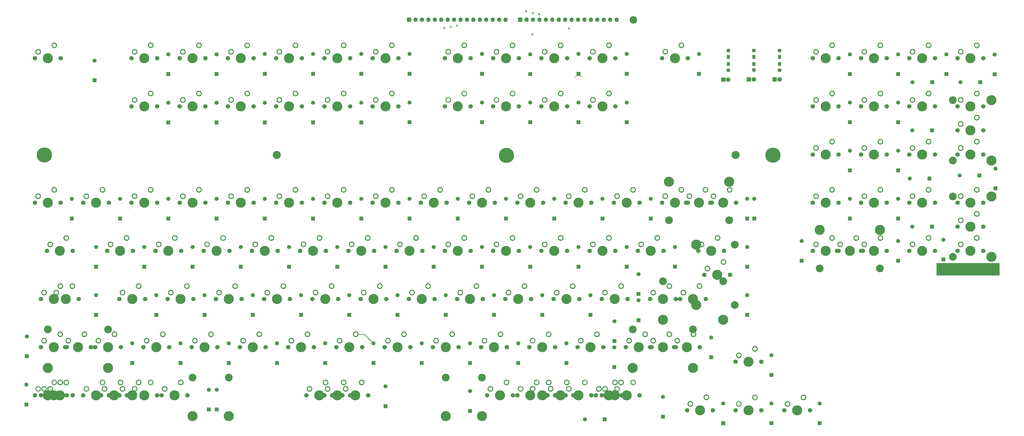
<source format=gbr>
%TF.GenerationSoftware,KiCad,Pcbnew,5.1.9+dfsg1-1*%
%TF.CreationDate,2022-02-11T04:52:15+01:00*%
%TF.ProjectId,va11800,76613131-3830-4302-9e6b-696361645f70,rev?*%
%TF.SameCoordinates,Original*%
%TF.FileFunction,Soldermask,Top*%
%TF.FilePolarity,Negative*%
%FSLAX46Y46*%
G04 Gerber Fmt 4.6, Leading zero omitted, Abs format (unit mm)*
G04 Created by KiCad (PCBNEW 5.1.9+dfsg1-1) date 2022-02-11 04:52:15*
%MOMM*%
%LPD*%
G01*
G04 APERTURE LIST*
%ADD10C,0.250000*%
%ADD11C,0.120000*%
%ADD12C,3.987800*%
%ADD13C,1.750000*%
%ADD14C,3.048000*%
%ADD15R,1.600000X1.600000*%
%ADD16C,1.600000*%
%ADD17R,1.800000X1.800000*%
%ADD18C,1.800000*%
%ADD19C,6.000000*%
%ADD20C,1.524000*%
%ADD21R,1.200000X1.600000*%
%ADD22O,1.700000X1.700000*%
%ADD23R,1.700000X1.700000*%
%ADD24R,25.000000X5.000000*%
%ADD25O,3.000000X3.000000*%
%ADD26C,3.200000*%
G04 APERTURE END LIST*
D10*
X220172947Y-69592946D02*
G75*
G03*
X220172947Y-69592946I-272947J0D01*
G01*
X234702947Y-67312946D02*
G75*
G03*
X234702947Y-67312946I-272947J0D01*
G01*
X190442947Y-66172946D02*
G75*
G03*
X190442947Y-66172946I-272947J0D01*
G01*
X187962947Y-66622946D02*
G75*
G03*
X187962947Y-66622946I-272947J0D01*
G01*
X185392947Y-67072946D02*
G75*
G03*
X185392947Y-67072946I-272947J0D01*
G01*
X222892947Y-61652946D02*
G75*
G03*
X222892947Y-61652946I-272947J0D01*
G01*
X220392947Y-61242946D02*
G75*
G03*
X220392947Y-61242946I-272947J0D01*
G01*
X217712947Y-60522946D02*
G75*
G03*
X217712947Y-60522946I-272947J0D01*
G01*
X238780000Y-85880000D02*
X239250000Y-86340000D01*
X236880000Y-86460000D02*
X237430000Y-85910000D01*
X295640000Y-224020000D02*
X295810000Y-224270000D01*
X294410000Y-224270000D02*
X294620000Y-224120000D01*
X156630000Y-191310000D02*
X153590000Y-188290000D01*
X153550000Y-188280000D02*
X151110000Y-188280000D01*
X251188649Y-93001351D02*
G75*
G03*
X251188649Y-93001351I-998649J0D01*
G01*
X251045102Y-93000000D02*
G75*
G03*
X251045102Y-93000000I-855102J0D01*
G01*
X244858649Y-95541351D02*
G75*
G03*
X244858649Y-95541351I-998649J0D01*
G01*
X244715102Y-95540000D02*
G75*
G03*
X244715102Y-95540000I-855102J0D01*
G01*
X232128649Y-93021351D02*
G75*
G03*
X232128649Y-93021351I-998649J0D01*
G01*
X231985102Y-93020000D02*
G75*
G03*
X231985102Y-93020000I-855102J0D01*
G01*
X225798649Y-95551351D02*
G75*
G03*
X225798649Y-95551351I-998649J0D01*
G01*
X225655102Y-95550000D02*
G75*
G03*
X225655102Y-95550000I-855102J0D01*
G01*
X165438649Y-93021351D02*
G75*
G03*
X165438649Y-93021351I-998649J0D01*
G01*
X165295102Y-93020000D02*
G75*
G03*
X165295102Y-93020000I-855102J0D01*
G01*
X159098649Y-95561351D02*
G75*
G03*
X159098649Y-95561351I-998649J0D01*
G01*
X158955102Y-95560000D02*
G75*
G03*
X158955102Y-95560000I-855102J0D01*
G01*
X146418649Y-93031351D02*
G75*
G03*
X146418649Y-93031351I-998649J0D01*
G01*
X146275102Y-93030000D02*
G75*
G03*
X146275102Y-93030000I-855102J0D01*
G01*
X140068649Y-95551351D02*
G75*
G03*
X140068649Y-95551351I-998649J0D01*
G01*
X139925102Y-95550000D02*
G75*
G03*
X139925102Y-95550000I-855102J0D01*
G01*
X127368649Y-93021351D02*
G75*
G03*
X127368649Y-93021351I-998649J0D01*
G01*
X127225102Y-93020000D02*
G75*
G03*
X127225102Y-93020000I-855102J0D01*
G01*
X121008649Y-95551351D02*
G75*
G03*
X121008649Y-95551351I-998649J0D01*
G01*
X120865102Y-95550000D02*
G75*
G03*
X120865102Y-95550000I-855102J0D01*
G01*
X108318649Y-93021351D02*
G75*
G03*
X108318649Y-93021351I-998649J0D01*
G01*
X108175102Y-93020000D02*
G75*
G03*
X108175102Y-93020000I-855102J0D01*
G01*
X101958649Y-95551351D02*
G75*
G03*
X101958649Y-95551351I-998649J0D01*
G01*
X101815102Y-95550000D02*
G75*
G03*
X101815102Y-95550000I-855102J0D01*
G01*
X89268649Y-93011351D02*
G75*
G03*
X89268649Y-93011351I-998649J0D01*
G01*
X89125102Y-93010000D02*
G75*
G03*
X89125102Y-93010000I-855102J0D01*
G01*
X82908649Y-95561351D02*
G75*
G03*
X82908649Y-95561351I-998649J0D01*
G01*
X82765102Y-95560000D02*
G75*
G03*
X82765102Y-95560000I-855102J0D01*
G01*
X70228649Y-93011351D02*
G75*
G03*
X70228649Y-93011351I-998649J0D01*
G01*
X70085102Y-93010000D02*
G75*
G03*
X70085102Y-93010000I-855102J0D01*
G01*
X63858649Y-95561351D02*
G75*
G03*
X63858649Y-95561351I-998649J0D01*
G01*
X63715102Y-95560000D02*
G75*
G03*
X63715102Y-95560000I-855102J0D01*
G01*
X279758649Y-73971351D02*
G75*
G03*
X279758649Y-73971351I-998649J0D01*
G01*
X279615102Y-73970000D02*
G75*
G03*
X279615102Y-73970000I-855102J0D01*
G01*
X273418649Y-76501351D02*
G75*
G03*
X273418649Y-76501351I-998649J0D01*
G01*
X273275102Y-76500000D02*
G75*
G03*
X273275102Y-76500000I-855102J0D01*
G01*
X251188649Y-73961351D02*
G75*
G03*
X251188649Y-73961351I-998649J0D01*
G01*
X251045102Y-73960000D02*
G75*
G03*
X251045102Y-73960000I-855102J0D01*
G01*
X244838649Y-76501351D02*
G75*
G03*
X244838649Y-76501351I-998649J0D01*
G01*
X244695102Y-76500000D02*
G75*
G03*
X244695102Y-76500000I-855102J0D01*
G01*
X232118649Y-73971351D02*
G75*
G03*
X232118649Y-73971351I-998649J0D01*
G01*
X231975102Y-73970000D02*
G75*
G03*
X231975102Y-73970000I-855102J0D01*
G01*
X225788649Y-76501351D02*
G75*
G03*
X225788649Y-76501351I-998649J0D01*
G01*
X225645102Y-76500000D02*
G75*
G03*
X225645102Y-76500000I-855102J0D01*
G01*
X213088649Y-73971351D02*
G75*
G03*
X213088649Y-73971351I-998649J0D01*
G01*
X212945102Y-73970000D02*
G75*
G03*
X212945102Y-73970000I-855102J0D01*
G01*
X206738649Y-76521351D02*
G75*
G03*
X206738649Y-76521351I-998649J0D01*
G01*
X206595102Y-76520000D02*
G75*
G03*
X206595102Y-76520000I-855102J0D01*
G01*
X194048649Y-73971351D02*
G75*
G03*
X194048649Y-73971351I-998649J0D01*
G01*
X193905102Y-73970000D02*
G75*
G03*
X193905102Y-73970000I-855102J0D01*
G01*
X187688649Y-76521351D02*
G75*
G03*
X187688649Y-76521351I-998649J0D01*
G01*
X187545102Y-76520000D02*
G75*
G03*
X187545102Y-76520000I-855102J0D01*
G01*
X165448649Y-73961351D02*
G75*
G03*
X165448649Y-73961351I-998649J0D01*
G01*
X165305102Y-73960000D02*
G75*
G03*
X165305102Y-73960000I-855102J0D01*
G01*
X159108649Y-76511351D02*
G75*
G03*
X159108649Y-76511351I-998649J0D01*
G01*
X158965102Y-76510000D02*
G75*
G03*
X158965102Y-76510000I-855102J0D01*
G01*
X146398649Y-73971351D02*
G75*
G03*
X146398649Y-73971351I-998649J0D01*
G01*
X146255102Y-73970000D02*
G75*
G03*
X146255102Y-73970000I-855102J0D01*
G01*
X140058649Y-76491351D02*
G75*
G03*
X140058649Y-76491351I-998649J0D01*
G01*
X139915102Y-76490000D02*
G75*
G03*
X139915102Y-76490000I-855102J0D01*
G01*
X127368649Y-73971351D02*
G75*
G03*
X127368649Y-73971351I-998649J0D01*
G01*
X127225102Y-73970000D02*
G75*
G03*
X127225102Y-73970000I-855102J0D01*
G01*
X121018649Y-76511351D02*
G75*
G03*
X121018649Y-76511351I-998649J0D01*
G01*
X120875102Y-76510000D02*
G75*
G03*
X120875102Y-76510000I-855102J0D01*
G01*
X108308649Y-73971351D02*
G75*
G03*
X108308649Y-73971351I-998649J0D01*
G01*
X108165102Y-73970000D02*
G75*
G03*
X108165102Y-73970000I-855102J0D01*
G01*
X101938649Y-76521351D02*
G75*
G03*
X101938649Y-76521351I-998649J0D01*
G01*
X101795102Y-76520000D02*
G75*
G03*
X101795102Y-76520000I-855102J0D01*
G01*
X89268649Y-73981351D02*
G75*
G03*
X89268649Y-73981351I-998649J0D01*
G01*
X89125102Y-73980000D02*
G75*
G03*
X89125102Y-73980000I-855102J0D01*
G01*
X82908649Y-76501351D02*
G75*
G03*
X82908649Y-76501351I-998649J0D01*
G01*
X82765102Y-76500000D02*
G75*
G03*
X82765102Y-76500000I-855102J0D01*
G01*
X70238649Y-73951351D02*
G75*
G03*
X70238649Y-73951351I-998649J0D01*
G01*
X70095102Y-73950000D02*
G75*
G03*
X70095102Y-73950000I-855102J0D01*
G01*
X63878649Y-76521351D02*
G75*
G03*
X63878649Y-76521351I-998649J0D01*
G01*
X63735102Y-76520000D02*
G75*
G03*
X63735102Y-76520000I-855102J0D01*
G01*
X32118649Y-73981351D02*
G75*
G03*
X32118649Y-73981351I-998649J0D01*
G01*
X31975102Y-73980000D02*
G75*
G03*
X31975102Y-73980000I-855102J0D01*
G01*
X25768649Y-76521351D02*
G75*
G03*
X25768649Y-76521351I-998649J0D01*
G01*
X25625102Y-76520000D02*
G75*
G03*
X25625102Y-76520000I-855102J0D01*
G01*
X396448649Y-73971351D02*
G75*
G03*
X396448649Y-73971351I-998649J0D01*
G01*
X396305102Y-73970000D02*
G75*
G03*
X396305102Y-73970000I-855102J0D01*
G01*
X390088649Y-76501351D02*
G75*
G03*
X390088649Y-76501351I-998649J0D01*
G01*
X389945102Y-76500000D02*
G75*
G03*
X389945102Y-76500000I-855102J0D01*
G01*
X377398649Y-73961351D02*
G75*
G03*
X377398649Y-73961351I-998649J0D01*
G01*
X377255102Y-73960000D02*
G75*
G03*
X377255102Y-73960000I-855102J0D01*
G01*
X371048649Y-76501351D02*
G75*
G03*
X371048649Y-76501351I-998649J0D01*
G01*
X370905102Y-76500000D02*
G75*
G03*
X370905102Y-76500000I-855102J0D01*
G01*
X358338649Y-73961351D02*
G75*
G03*
X358338649Y-73961351I-998649J0D01*
G01*
X358195102Y-73960000D02*
G75*
G03*
X358195102Y-73960000I-855102J0D01*
G01*
X351988649Y-76511351D02*
G75*
G03*
X351988649Y-76511351I-998649J0D01*
G01*
X351845102Y-76510000D02*
G75*
G03*
X351845102Y-76510000I-855102J0D01*
G01*
X339288649Y-73961351D02*
G75*
G03*
X339288649Y-73961351I-998649J0D01*
G01*
X339145102Y-73960000D02*
G75*
G03*
X339145102Y-73960000I-855102J0D01*
G01*
X332948649Y-76521351D02*
G75*
G03*
X332948649Y-76521351I-998649J0D01*
G01*
X332805102Y-76520000D02*
G75*
G03*
X332805102Y-76520000I-855102J0D01*
G01*
X332948649Y-95561351D02*
G75*
G03*
X332948649Y-95561351I-998649J0D01*
G01*
X332805102Y-95560000D02*
G75*
G03*
X332805102Y-95560000I-855102J0D01*
G01*
X339298649Y-93011351D02*
G75*
G03*
X339298649Y-93011351I-998649J0D01*
G01*
X339155102Y-93010000D02*
G75*
G03*
X339155102Y-93010000I-855102J0D01*
G01*
X352008649Y-95561351D02*
G75*
G03*
X352008649Y-95561351I-998649J0D01*
G01*
X351865102Y-95560000D02*
G75*
G03*
X351865102Y-95560000I-855102J0D01*
G01*
X358368649Y-93021351D02*
G75*
G03*
X358368649Y-93021351I-998649J0D01*
G01*
X358225102Y-93020000D02*
G75*
G03*
X358225102Y-93020000I-855102J0D01*
G01*
X371048649Y-95571351D02*
G75*
G03*
X371048649Y-95571351I-998649J0D01*
G01*
X370905102Y-95570000D02*
G75*
G03*
X370905102Y-95570000I-855102J0D01*
G01*
X377398649Y-93011351D02*
G75*
G03*
X377398649Y-93011351I-998649J0D01*
G01*
X377255102Y-93010000D02*
G75*
G03*
X377255102Y-93010000I-855102J0D01*
G01*
X396448649Y-93021351D02*
G75*
G03*
X396448649Y-93021351I-998649J0D01*
G01*
X396305102Y-93020000D02*
G75*
G03*
X396305102Y-93020000I-855102J0D01*
G01*
X390088649Y-95541351D02*
G75*
G03*
X390088649Y-95541351I-998649J0D01*
G01*
X389945102Y-95540000D02*
G75*
G03*
X389945102Y-95540000I-855102J0D01*
G01*
X396438649Y-102561351D02*
G75*
G03*
X396438649Y-102561351I-998649J0D01*
G01*
X396295102Y-102560000D02*
G75*
G03*
X396295102Y-102560000I-855102J0D01*
G01*
X390078649Y-105091351D02*
G75*
G03*
X390078649Y-105091351I-998649J0D01*
G01*
X389935102Y-105090000D02*
G75*
G03*
X389935102Y-105090000I-855102J0D01*
G01*
X396448649Y-112061351D02*
G75*
G03*
X396448649Y-112061351I-998649J0D01*
G01*
X396305102Y-112060000D02*
G75*
G03*
X396305102Y-112060000I-855102J0D01*
G01*
X390098649Y-114601351D02*
G75*
G03*
X390098649Y-114601351I-998649J0D01*
G01*
X389955102Y-114600000D02*
G75*
G03*
X389955102Y-114600000I-855102J0D01*
G01*
X377388649Y-112051351D02*
G75*
G03*
X377388649Y-112051351I-998649J0D01*
G01*
X377245102Y-112050000D02*
G75*
G03*
X377245102Y-112050000I-855102J0D01*
G01*
X371048649Y-114611351D02*
G75*
G03*
X371048649Y-114611351I-998649J0D01*
G01*
X370905102Y-114610000D02*
G75*
G03*
X370905102Y-114610000I-855102J0D01*
G01*
X358348649Y-112071351D02*
G75*
G03*
X358348649Y-112071351I-998649J0D01*
G01*
X358205102Y-112070000D02*
G75*
G03*
X358205102Y-112070000I-855102J0D01*
G01*
X351988649Y-114611351D02*
G75*
G03*
X351988649Y-114611351I-998649J0D01*
G01*
X351845102Y-114610000D02*
G75*
G03*
X351845102Y-114610000I-855102J0D01*
G01*
X339298649Y-112071351D02*
G75*
G03*
X339298649Y-112071351I-998649J0D01*
G01*
X339155102Y-112070000D02*
G75*
G03*
X339155102Y-112070000I-855102J0D01*
G01*
X332938649Y-114611351D02*
G75*
G03*
X332938649Y-114611351I-998649J0D01*
G01*
X332795102Y-114610000D02*
G75*
G03*
X332795102Y-114610000I-855102J0D01*
G01*
X332948649Y-133671351D02*
G75*
G03*
X332948649Y-133671351I-998649J0D01*
G01*
X332805102Y-133670000D02*
G75*
G03*
X332805102Y-133670000I-855102J0D01*
G01*
X339268649Y-131101351D02*
G75*
G03*
X339268649Y-131101351I-998649J0D01*
G01*
X339125102Y-131100000D02*
G75*
G03*
X339125102Y-131100000I-855102J0D01*
G01*
X358328649Y-131101351D02*
G75*
G03*
X358328649Y-131101351I-998649J0D01*
G01*
X358185102Y-131100000D02*
G75*
G03*
X358185102Y-131100000I-855102J0D01*
G01*
X352008649Y-133651351D02*
G75*
G03*
X352008649Y-133651351I-998649J0D01*
G01*
X351865102Y-133650000D02*
G75*
G03*
X351865102Y-133650000I-855102J0D01*
G01*
X377388649Y-131131351D02*
G75*
G03*
X377388649Y-131131351I-998649J0D01*
G01*
X377245102Y-131130000D02*
G75*
G03*
X377245102Y-131130000I-855102J0D01*
G01*
X371038649Y-133661351D02*
G75*
G03*
X371038649Y-133661351I-998649J0D01*
G01*
X370895102Y-133660000D02*
G75*
G03*
X370895102Y-133660000I-855102J0D01*
G01*
X396448649Y-131121351D02*
G75*
G03*
X396448649Y-131121351I-998649J0D01*
G01*
X396305102Y-131120000D02*
G75*
G03*
X396305102Y-131120000I-855102J0D01*
G01*
X390088649Y-133651351D02*
G75*
G03*
X390088649Y-133651351I-998649J0D01*
G01*
X389945102Y-133650000D02*
G75*
G03*
X389945102Y-133650000I-855102J0D01*
G01*
X396448649Y-140631351D02*
G75*
G03*
X396448649Y-140631351I-998649J0D01*
G01*
X396305102Y-140630000D02*
G75*
G03*
X396305102Y-140630000I-855102J0D01*
G01*
X390108649Y-143201351D02*
G75*
G03*
X390108649Y-143201351I-998649J0D01*
G01*
X389965102Y-143200000D02*
G75*
G03*
X389965102Y-143200000I-855102J0D01*
G01*
X396438649Y-150171351D02*
G75*
G03*
X396438649Y-150171351I-998649J0D01*
G01*
X396295102Y-150170000D02*
G75*
G03*
X396295102Y-150170000I-855102J0D01*
G01*
X390098649Y-152711351D02*
G75*
G03*
X390098649Y-152711351I-998649J0D01*
G01*
X389955102Y-152710000D02*
G75*
G03*
X389955102Y-152710000I-855102J0D01*
G01*
X377398649Y-150161351D02*
G75*
G03*
X377398649Y-150161351I-998649J0D01*
G01*
X377255102Y-150160000D02*
G75*
G03*
X377255102Y-150160000I-855102J0D01*
G01*
X371048649Y-152711351D02*
G75*
G03*
X371048649Y-152711351I-998649J0D01*
G01*
X370905102Y-152710000D02*
G75*
G03*
X370905102Y-152710000I-855102J0D01*
G01*
X358348649Y-150171351D02*
G75*
G03*
X358348649Y-150171351I-998649J0D01*
G01*
X358205102Y-150170000D02*
G75*
G03*
X358205102Y-150170000I-855102J0D01*
G01*
X351978649Y-152711351D02*
G75*
G03*
X351978649Y-152711351I-998649J0D01*
G01*
X351835102Y-152710000D02*
G75*
G03*
X351835102Y-152710000I-855102J0D01*
G01*
X348808649Y-150181351D02*
G75*
G03*
X348808649Y-150181351I-998649J0D01*
G01*
X348665102Y-150180000D02*
G75*
G03*
X348665102Y-150180000I-855102J0D01*
G01*
X342468649Y-152701351D02*
G75*
G03*
X342468649Y-152701351I-998649J0D01*
G01*
X342325102Y-152700000D02*
G75*
G03*
X342325102Y-152700000I-855102J0D01*
G01*
X339288649Y-150171351D02*
G75*
G03*
X339288649Y-150171351I-998649J0D01*
G01*
X339145102Y-150170000D02*
G75*
G03*
X339145102Y-150170000I-855102J0D01*
G01*
X332938649Y-152711351D02*
G75*
G03*
X332938649Y-152711351I-998649J0D01*
G01*
X332795102Y-152710000D02*
G75*
G03*
X332795102Y-152710000I-855102J0D01*
G01*
X36868649Y-207321351D02*
G75*
G03*
X36868649Y-207321351I-998649J0D01*
G01*
X36725102Y-207320000D02*
G75*
G03*
X36725102Y-207320000I-855102J0D01*
G01*
X34488649Y-207321351D02*
G75*
G03*
X34488649Y-207321351I-998649J0D01*
G01*
X34345102Y-207320000D02*
G75*
G03*
X34345102Y-207320000I-855102J0D01*
G01*
X30528649Y-209861351D02*
G75*
G03*
X30528649Y-209861351I-998649J0D01*
G01*
X30385102Y-209860000D02*
G75*
G03*
X30385102Y-209860000I-855102J0D01*
G01*
X28148649Y-209861351D02*
G75*
G03*
X28148649Y-209861351I-998649J0D01*
G01*
X28005102Y-209860000D02*
G75*
G03*
X28005102Y-209860000I-855102J0D01*
G01*
X51958649Y-209851351D02*
G75*
G03*
X51958649Y-209851351I-998649J0D01*
G01*
X51815102Y-209850000D02*
G75*
G03*
X51815102Y-209850000I-855102J0D01*
G01*
X58308649Y-207321351D02*
G75*
G03*
X58308649Y-207321351I-998649J0D01*
G01*
X58165102Y-207320000D02*
G75*
G03*
X58165102Y-207320000I-855102J0D01*
G01*
X65448649Y-207311351D02*
G75*
G03*
X65448649Y-207311351I-998649J0D01*
G01*
X65305102Y-207310000D02*
G75*
G03*
X65305102Y-207310000I-855102J0D01*
G01*
X59098649Y-209851351D02*
G75*
G03*
X59098649Y-209851351I-998649J0D01*
G01*
X58955102Y-209850000D02*
G75*
G03*
X58955102Y-209850000I-855102J0D01*
G01*
X82118649Y-207321351D02*
G75*
G03*
X82118649Y-207321351I-998649J0D01*
G01*
X81975102Y-207320000D02*
G75*
G03*
X81975102Y-207320000I-855102J0D01*
G01*
X75778649Y-209861351D02*
G75*
G03*
X75778649Y-209861351I-998649J0D01*
G01*
X75635102Y-209860000D02*
G75*
G03*
X75635102Y-209860000I-855102J0D01*
G01*
X153558649Y-207321351D02*
G75*
G03*
X153558649Y-207321351I-998649J0D01*
G01*
X153415102Y-207320000D02*
G75*
G03*
X153415102Y-207320000I-855102J0D01*
G01*
X146418649Y-207321351D02*
G75*
G03*
X146418649Y-207321351I-998649J0D01*
G01*
X146275102Y-207320000D02*
G75*
G03*
X146275102Y-207320000I-855102J0D01*
G01*
X147208649Y-209861351D02*
G75*
G03*
X147208649Y-209861351I-998649J0D01*
G01*
X147065102Y-209860000D02*
G75*
G03*
X147065102Y-209860000I-855102J0D01*
G01*
X140058649Y-209871351D02*
G75*
G03*
X140058649Y-209871351I-998649J0D01*
G01*
X139915102Y-209870000D02*
G75*
G03*
X139915102Y-209870000I-855102J0D01*
G01*
X139268649Y-207321351D02*
G75*
G03*
X139268649Y-207321351I-998649J0D01*
G01*
X139125102Y-207320000D02*
G75*
G03*
X139125102Y-207320000I-855102J0D01*
G01*
X132928649Y-209871351D02*
G75*
G03*
X132928649Y-209871351I-998649J0D01*
G01*
X132785102Y-209870000D02*
G75*
G03*
X132785102Y-209870000I-855102J0D01*
G01*
X210708649Y-207311351D02*
G75*
G03*
X210708649Y-207311351I-998649J0D01*
G01*
X210565102Y-207310000D02*
G75*
G03*
X210565102Y-207310000I-855102J0D01*
G01*
X204358649Y-209861351D02*
G75*
G03*
X204358649Y-209861351I-998649J0D01*
G01*
X204215102Y-209860000D02*
G75*
G03*
X204215102Y-209860000I-855102J0D01*
G01*
X221028649Y-209861351D02*
G75*
G03*
X221028649Y-209861351I-998649J0D01*
G01*
X220885102Y-209860000D02*
G75*
G03*
X220885102Y-209860000I-855102J0D01*
G01*
X227378649Y-207321351D02*
G75*
G03*
X227378649Y-207321351I-998649J0D01*
G01*
X227235102Y-207320000D02*
G75*
G03*
X227235102Y-207320000I-855102J0D01*
G01*
X234528649Y-207321351D02*
G75*
G03*
X234528649Y-207321351I-998649J0D01*
G01*
X234385102Y-207320000D02*
G75*
G03*
X234385102Y-207320000I-855102J0D01*
G01*
X228168649Y-209861351D02*
G75*
G03*
X228168649Y-209861351I-998649J0D01*
G01*
X228025102Y-209860000D02*
G75*
G03*
X228025102Y-209860000I-855102J0D01*
G01*
X255948649Y-207321351D02*
G75*
G03*
X255948649Y-207321351I-998649J0D01*
G01*
X255805102Y-207320000D02*
G75*
G03*
X255805102Y-207320000I-855102J0D01*
G01*
X253568649Y-207321351D02*
G75*
G03*
X253568649Y-207321351I-998649J0D01*
G01*
X253425102Y-207320000D02*
G75*
G03*
X253425102Y-207320000I-855102J0D01*
G01*
X247218649Y-209861351D02*
G75*
G03*
X247218649Y-209861351I-998649J0D01*
G01*
X247075102Y-209860000D02*
G75*
G03*
X247075102Y-209860000I-855102J0D01*
G01*
X249608649Y-209861351D02*
G75*
G03*
X249608649Y-209861351I-998649J0D01*
G01*
X249465102Y-209860000D02*
G75*
G03*
X249465102Y-209860000I-855102J0D01*
G01*
X289648649Y-213221351D02*
G75*
G03*
X289648649Y-213221351I-998649J0D01*
G01*
X289505102Y-213220000D02*
G75*
G03*
X289505102Y-213220000I-855102J0D01*
G01*
X283308649Y-215781351D02*
G75*
G03*
X283308649Y-215781351I-998649J0D01*
G01*
X283165102Y-215780000D02*
G75*
G03*
X283165102Y-215780000I-855102J0D01*
G01*
X328028649Y-213241351D02*
G75*
G03*
X328028649Y-213241351I-998649J0D01*
G01*
X327885102Y-213240000D02*
G75*
G03*
X327885102Y-213240000I-855102J0D01*
G01*
X321678649Y-215781351D02*
G75*
G03*
X321678649Y-215781351I-998649J0D01*
G01*
X321535102Y-215780000D02*
G75*
G03*
X321535102Y-215780000I-855102J0D01*
G01*
X308838649Y-194041351D02*
G75*
G03*
X308838649Y-194041351I-998649J0D01*
G01*
X308695102Y-194040000D02*
G75*
G03*
X308695102Y-194040000I-855102J0D01*
G01*
X302478649Y-196581351D02*
G75*
G03*
X302478649Y-196581351I-998649J0D01*
G01*
X302335102Y-196580000D02*
G75*
G03*
X302335102Y-196580000I-855102J0D01*
G01*
X284518649Y-188271351D02*
G75*
G03*
X284518649Y-188271351I-998649J0D01*
G01*
X284375102Y-188270000D02*
G75*
G03*
X284375102Y-188270000I-855102J0D01*
G01*
X278168649Y-190811351D02*
G75*
G03*
X278168649Y-190811351I-998649J0D01*
G01*
X278025102Y-190810000D02*
G75*
G03*
X278025102Y-190810000I-855102J0D01*
G01*
X275008649Y-188271351D02*
G75*
G03*
X275008649Y-188271351I-998649J0D01*
G01*
X274865102Y-188270000D02*
G75*
G03*
X274865102Y-188270000I-855102J0D01*
G01*
X268648649Y-190811351D02*
G75*
G03*
X268648649Y-190811351I-998649J0D01*
G01*
X268505102Y-190810000D02*
G75*
G03*
X268505102Y-190810000I-855102J0D01*
G01*
X265478649Y-188261351D02*
G75*
G03*
X265478649Y-188261351I-998649J0D01*
G01*
X265335102Y-188260000D02*
G75*
G03*
X265335102Y-188260000I-855102J0D01*
G01*
X259128649Y-190811351D02*
G75*
G03*
X259128649Y-190811351I-998649J0D01*
G01*
X258985102Y-190810000D02*
G75*
G03*
X258985102Y-190810000I-855102J0D01*
G01*
X246428649Y-188271351D02*
G75*
G03*
X246428649Y-188271351I-998649J0D01*
G01*
X246285102Y-188270000D02*
G75*
G03*
X246285102Y-188270000I-855102J0D01*
G01*
X240078649Y-190801351D02*
G75*
G03*
X240078649Y-190801351I-998649J0D01*
G01*
X239935102Y-190800000D02*
G75*
G03*
X239935102Y-190800000I-855102J0D01*
G01*
X208328649Y-188271351D02*
G75*
G03*
X208328649Y-188271351I-998649J0D01*
G01*
X208185102Y-188270000D02*
G75*
G03*
X208185102Y-188270000I-855102J0D01*
G01*
X201968649Y-190811351D02*
G75*
G03*
X201968649Y-190811351I-998649J0D01*
G01*
X201825102Y-190810000D02*
G75*
G03*
X201825102Y-190810000I-855102J0D01*
G01*
X189278649Y-188261351D02*
G75*
G03*
X189278649Y-188261351I-998649J0D01*
G01*
X189135102Y-188260000D02*
G75*
G03*
X189135102Y-188260000I-855102J0D01*
G01*
X182928649Y-190801351D02*
G75*
G03*
X182928649Y-190801351I-998649J0D01*
G01*
X182785102Y-190800000D02*
G75*
G03*
X182785102Y-190800000I-855102J0D01*
G01*
X170228649Y-188271351D02*
G75*
G03*
X170228649Y-188271351I-998649J0D01*
G01*
X170085102Y-188270000D02*
G75*
G03*
X170085102Y-188270000I-855102J0D01*
G01*
X163878649Y-190811351D02*
G75*
G03*
X163878649Y-190811351I-998649J0D01*
G01*
X163735102Y-190810000D02*
G75*
G03*
X163735102Y-190810000I-855102J0D01*
G01*
X151178649Y-188261351D02*
G75*
G03*
X151178649Y-188261351I-998649J0D01*
G01*
X151035102Y-188260000D02*
G75*
G03*
X151035102Y-188260000I-855102J0D01*
G01*
X144818649Y-190821351D02*
G75*
G03*
X144818649Y-190821351I-998649J0D01*
G01*
X144675102Y-190820000D02*
G75*
G03*
X144675102Y-190820000I-855102J0D01*
G01*
X132118649Y-188271351D02*
G75*
G03*
X132118649Y-188271351I-998649J0D01*
G01*
X131975102Y-188270000D02*
G75*
G03*
X131975102Y-188270000I-855102J0D01*
G01*
X125778649Y-190801351D02*
G75*
G03*
X125778649Y-190801351I-998649J0D01*
G01*
X125635102Y-190800000D02*
G75*
G03*
X125635102Y-190800000I-855102J0D01*
G01*
X113068649Y-188261351D02*
G75*
G03*
X113068649Y-188261351I-998649J0D01*
G01*
X112925102Y-188260000D02*
G75*
G03*
X112925102Y-188260000I-855102J0D01*
G01*
X106718649Y-190811351D02*
G75*
G03*
X106718649Y-190811351I-998649J0D01*
G01*
X106575102Y-190810000D02*
G75*
G03*
X106575102Y-190810000I-855102J0D01*
G01*
X94018649Y-188281351D02*
G75*
G03*
X94018649Y-188281351I-998649J0D01*
G01*
X93875102Y-188280000D02*
G75*
G03*
X93875102Y-188280000I-855102J0D01*
G01*
X87668649Y-190791351D02*
G75*
G03*
X87668649Y-190791351I-998649J0D01*
G01*
X87525102Y-190790000D02*
G75*
G03*
X87525102Y-190790000I-855102J0D01*
G01*
X74968649Y-188271351D02*
G75*
G03*
X74968649Y-188271351I-998649J0D01*
G01*
X74825102Y-188270000D02*
G75*
G03*
X74825102Y-188270000I-855102J0D01*
G01*
X68608649Y-190811351D02*
G75*
G03*
X68608649Y-190811351I-998649J0D01*
G01*
X68465102Y-190810000D02*
G75*
G03*
X68465102Y-190810000I-855102J0D01*
G01*
X55908649Y-188261351D02*
G75*
G03*
X55908649Y-188261351I-998649J0D01*
G01*
X55765102Y-188260000D02*
G75*
G03*
X55765102Y-188260000I-855102J0D01*
G01*
X49558649Y-190801351D02*
G75*
G03*
X49558649Y-190801351I-998649J0D01*
G01*
X49415102Y-190800000D02*
G75*
G03*
X49415102Y-190800000I-855102J0D01*
G01*
X44018649Y-188271351D02*
G75*
G03*
X44018649Y-188271351I-998649J0D01*
G01*
X43875102Y-188270000D02*
G75*
G03*
X43875102Y-188270000I-855102J0D01*
G01*
X37668649Y-190811351D02*
G75*
G03*
X37668649Y-190811351I-998649J0D01*
G01*
X37525102Y-190810000D02*
G75*
G03*
X37525102Y-190810000I-855102J0D01*
G01*
X34488649Y-188271351D02*
G75*
G03*
X34488649Y-188271351I-998649J0D01*
G01*
X34345102Y-188270000D02*
G75*
G03*
X34345102Y-188270000I-855102J0D01*
G01*
X28138649Y-190811351D02*
G75*
G03*
X28138649Y-190811351I-998649J0D01*
G01*
X27995102Y-190810000D02*
G75*
G03*
X27995102Y-190810000I-855102J0D01*
G01*
X28128649Y-171761351D02*
G75*
G03*
X28128649Y-171761351I-998649J0D01*
G01*
X27985102Y-171760000D02*
G75*
G03*
X27985102Y-171760000I-855102J0D01*
G01*
X32898649Y-171781351D02*
G75*
G03*
X32898649Y-171781351I-998649J0D01*
G01*
X32755102Y-171780000D02*
G75*
G03*
X32755102Y-171780000I-855102J0D01*
G01*
X34498649Y-169241351D02*
G75*
G03*
X34498649Y-169241351I-998649J0D01*
G01*
X34355102Y-169240000D02*
G75*
G03*
X34355102Y-169240000I-855102J0D01*
G01*
X39268649Y-169221351D02*
G75*
G03*
X39268649Y-169221351I-998649J0D01*
G01*
X39125102Y-169220000D02*
G75*
G03*
X39125102Y-169220000I-855102J0D01*
G01*
X59108649Y-171751351D02*
G75*
G03*
X59108649Y-171751351I-998649J0D01*
G01*
X58965102Y-171750000D02*
G75*
G03*
X58965102Y-171750000I-855102J0D01*
G01*
X65448649Y-169221351D02*
G75*
G03*
X65448649Y-169221351I-998649J0D01*
G01*
X65305102Y-169220000D02*
G75*
G03*
X65305102Y-169220000I-855102J0D01*
G01*
X78148649Y-171761351D02*
G75*
G03*
X78148649Y-171761351I-998649J0D01*
G01*
X78005102Y-171760000D02*
G75*
G03*
X78005102Y-171760000I-855102J0D01*
G01*
X84508649Y-169221351D02*
G75*
G03*
X84508649Y-169221351I-998649J0D01*
G01*
X84365102Y-169220000D02*
G75*
G03*
X84365102Y-169220000I-855102J0D01*
G01*
X97208649Y-171761351D02*
G75*
G03*
X97208649Y-171761351I-998649J0D01*
G01*
X97065102Y-171760000D02*
G75*
G03*
X97065102Y-171760000I-855102J0D01*
G01*
X103538649Y-169221351D02*
G75*
G03*
X103538649Y-169221351I-998649J0D01*
G01*
X103395102Y-169220000D02*
G75*
G03*
X103395102Y-169220000I-855102J0D01*
G01*
X116248649Y-171771351D02*
G75*
G03*
X116248649Y-171771351I-998649J0D01*
G01*
X116105102Y-171770000D02*
G75*
G03*
X116105102Y-171770000I-855102J0D01*
G01*
X122598649Y-169231351D02*
G75*
G03*
X122598649Y-169231351I-998649J0D01*
G01*
X122455102Y-169230000D02*
G75*
G03*
X122455102Y-169230000I-855102J0D01*
G01*
X135318649Y-171751351D02*
G75*
G03*
X135318649Y-171751351I-998649J0D01*
G01*
X135175102Y-171750000D02*
G75*
G03*
X135175102Y-171750000I-855102J0D01*
G01*
X141658649Y-169211351D02*
G75*
G03*
X141658649Y-169211351I-998649J0D01*
G01*
X141515102Y-169210000D02*
G75*
G03*
X141515102Y-169210000I-855102J0D01*
G01*
X160688649Y-169211351D02*
G75*
G03*
X160688649Y-169211351I-998649J0D01*
G01*
X160545102Y-169210000D02*
G75*
G03*
X160545102Y-169210000I-855102J0D01*
G01*
X154338649Y-171751351D02*
G75*
G03*
X154338649Y-171751351I-998649J0D01*
G01*
X154195102Y-171750000D02*
G75*
G03*
X154195102Y-171750000I-855102J0D01*
G01*
X173408649Y-171741351D02*
G75*
G03*
X173408649Y-171741351I-998649J0D01*
G01*
X173265102Y-171740000D02*
G75*
G03*
X173265102Y-171740000I-855102J0D01*
G01*
X179758649Y-169211351D02*
G75*
G03*
X179758649Y-169211351I-998649J0D01*
G01*
X179615102Y-169210000D02*
G75*
G03*
X179615102Y-169210000I-855102J0D01*
G01*
X192438649Y-171761351D02*
G75*
G03*
X192438649Y-171761351I-998649J0D01*
G01*
X192295102Y-171760000D02*
G75*
G03*
X192295102Y-171760000I-855102J0D01*
G01*
X198808649Y-169221351D02*
G75*
G03*
X198808649Y-169221351I-998649J0D01*
G01*
X198665102Y-169220000D02*
G75*
G03*
X198665102Y-169220000I-855102J0D01*
G01*
X211498649Y-171761351D02*
G75*
G03*
X211498649Y-171761351I-998649J0D01*
G01*
X211355102Y-171760000D02*
G75*
G03*
X211355102Y-171760000I-855102J0D01*
G01*
X217838649Y-169221351D02*
G75*
G03*
X217838649Y-169221351I-998649J0D01*
G01*
X217695102Y-169220000D02*
G75*
G03*
X217695102Y-169220000I-855102J0D01*
G01*
X230548649Y-171761351D02*
G75*
G03*
X230548649Y-171761351I-998649J0D01*
G01*
X230405102Y-171760000D02*
G75*
G03*
X230405102Y-171760000I-855102J0D01*
G01*
X236898649Y-169231351D02*
G75*
G03*
X236898649Y-169231351I-998649J0D01*
G01*
X236755102Y-169230000D02*
G75*
G03*
X236755102Y-169230000I-855102J0D01*
G01*
X249598649Y-171751351D02*
G75*
G03*
X249598649Y-171751351I-998649J0D01*
G01*
X249455102Y-171750000D02*
G75*
G03*
X249455102Y-171750000I-855102J0D01*
G01*
X255958649Y-169211351D02*
G75*
G03*
X255958649Y-169211351I-998649J0D01*
G01*
X255815102Y-169210000D02*
G75*
G03*
X255815102Y-169210000I-855102J0D01*
G01*
X268648649Y-171761351D02*
G75*
G03*
X268648649Y-171761351I-998649J0D01*
G01*
X268505102Y-171760000D02*
G75*
G03*
X268505102Y-171760000I-855102J0D01*
G01*
X274998649Y-169221351D02*
G75*
G03*
X274998649Y-169221351I-998649J0D01*
G01*
X274855102Y-169220000D02*
G75*
G03*
X274855102Y-169220000I-855102J0D01*
G01*
X280548649Y-171781351D02*
G75*
G03*
X280548649Y-171781351I-998649J0D01*
G01*
X280405102Y-171780000D02*
G75*
G03*
X280405102Y-171780000I-855102J0D01*
G01*
X286918649Y-169201351D02*
G75*
G03*
X286918649Y-169201351I-998649J0D01*
G01*
X286775102Y-169200000D02*
G75*
G03*
X286775102Y-169200000I-855102J0D01*
G01*
X296418649Y-159681351D02*
G75*
G03*
X296418649Y-159681351I-998649J0D01*
G01*
X296275102Y-159680000D02*
G75*
G03*
X296275102Y-159680000I-855102J0D01*
G01*
X290078649Y-162251351D02*
G75*
G03*
X290078649Y-162251351I-998649J0D01*
G01*
X289935102Y-162250000D02*
G75*
G03*
X289935102Y-162250000I-855102J0D01*
G01*
X294058649Y-150171351D02*
G75*
G03*
X294058649Y-150171351I-998649J0D01*
G01*
X293915102Y-150170000D02*
G75*
G03*
X293915102Y-150170000I-855102J0D01*
G01*
X287708649Y-152711351D02*
G75*
G03*
X287708649Y-152711351I-998649J0D01*
G01*
X287565102Y-152710000D02*
G75*
G03*
X287565102Y-152710000I-855102J0D01*
G01*
X270248649Y-150171351D02*
G75*
G03*
X270248649Y-150171351I-998649J0D01*
G01*
X270105102Y-150170000D02*
G75*
G03*
X270105102Y-150170000I-855102J0D01*
G01*
X263888649Y-152711351D02*
G75*
G03*
X263888649Y-152711351I-998649J0D01*
G01*
X263745102Y-152710000D02*
G75*
G03*
X263745102Y-152710000I-855102J0D01*
G01*
X251188649Y-150171351D02*
G75*
G03*
X251188649Y-150171351I-998649J0D01*
G01*
X251045102Y-150170000D02*
G75*
G03*
X251045102Y-150170000I-855102J0D01*
G01*
X244828649Y-152711351D02*
G75*
G03*
X244828649Y-152711351I-998649J0D01*
G01*
X244685102Y-152710000D02*
G75*
G03*
X244685102Y-152710000I-855102J0D01*
G01*
X232138649Y-150171351D02*
G75*
G03*
X232138649Y-150171351I-998649J0D01*
G01*
X231995102Y-150170000D02*
G75*
G03*
X231995102Y-150170000I-855102J0D01*
G01*
X225788649Y-152711351D02*
G75*
G03*
X225788649Y-152711351I-998649J0D01*
G01*
X225645102Y-152710000D02*
G75*
G03*
X225645102Y-152710000I-855102J0D01*
G01*
X213098649Y-150171351D02*
G75*
G03*
X213098649Y-150171351I-998649J0D01*
G01*
X212955102Y-150170000D02*
G75*
G03*
X212955102Y-150170000I-855102J0D01*
G01*
X206738649Y-152711351D02*
G75*
G03*
X206738649Y-152711351I-998649J0D01*
G01*
X206595102Y-152710000D02*
G75*
G03*
X206595102Y-152710000I-855102J0D01*
G01*
X194038649Y-150171351D02*
G75*
G03*
X194038649Y-150171351I-998649J0D01*
G01*
X193895102Y-150170000D02*
G75*
G03*
X193895102Y-150170000I-855102J0D01*
G01*
X187698649Y-152721351D02*
G75*
G03*
X187698649Y-152721351I-998649J0D01*
G01*
X187555102Y-152720000D02*
G75*
G03*
X187555102Y-152720000I-855102J0D01*
G01*
X174988649Y-150161351D02*
G75*
G03*
X174988649Y-150161351I-998649J0D01*
G01*
X174845102Y-150160000D02*
G75*
G03*
X174845102Y-150160000I-855102J0D01*
G01*
X168628649Y-152711351D02*
G75*
G03*
X168628649Y-152711351I-998649J0D01*
G01*
X168485102Y-152710000D02*
G75*
G03*
X168485102Y-152710000I-855102J0D01*
G01*
X155928649Y-150171351D02*
G75*
G03*
X155928649Y-150171351I-998649J0D01*
G01*
X155785102Y-150170000D02*
G75*
G03*
X155785102Y-150170000I-855102J0D01*
G01*
X149578649Y-152711351D02*
G75*
G03*
X149578649Y-152711351I-998649J0D01*
G01*
X149435102Y-152710000D02*
G75*
G03*
X149435102Y-152710000I-855102J0D01*
G01*
X136888649Y-150171351D02*
G75*
G03*
X136888649Y-150171351I-998649J0D01*
G01*
X136745102Y-150170000D02*
G75*
G03*
X136745102Y-150170000I-855102J0D01*
G01*
X130548649Y-152691351D02*
G75*
G03*
X130548649Y-152691351I-998649J0D01*
G01*
X130405102Y-152690000D02*
G75*
G03*
X130405102Y-152690000I-855102J0D01*
G01*
X117828649Y-150161351D02*
G75*
G03*
X117828649Y-150161351I-998649J0D01*
G01*
X117685102Y-150160000D02*
G75*
G03*
X117685102Y-150160000I-855102J0D01*
G01*
X111488649Y-152701351D02*
G75*
G03*
X111488649Y-152701351I-998649J0D01*
G01*
X111345102Y-152700000D02*
G75*
G03*
X111345102Y-152700000I-855102J0D01*
G01*
X79738649Y-150171351D02*
G75*
G03*
X79738649Y-150171351I-998649J0D01*
G01*
X79595102Y-150170000D02*
G75*
G03*
X79595102Y-150170000I-855102J0D01*
G01*
X73388649Y-152701351D02*
G75*
G03*
X73388649Y-152701351I-998649J0D01*
G01*
X73245102Y-152700000D02*
G75*
G03*
X73245102Y-152700000I-855102J0D01*
G01*
X60678649Y-150171351D02*
G75*
G03*
X60678649Y-150171351I-998649J0D01*
G01*
X60535102Y-150170000D02*
G75*
G03*
X60535102Y-150170000I-855102J0D01*
G01*
X54338649Y-152711351D02*
G75*
G03*
X54338649Y-152711351I-998649J0D01*
G01*
X54195102Y-152710000D02*
G75*
G03*
X54195102Y-152710000I-855102J0D01*
G01*
X36858649Y-150161351D02*
G75*
G03*
X36858649Y-150161351I-998649J0D01*
G01*
X36715102Y-150160000D02*
G75*
G03*
X36715102Y-150160000I-855102J0D01*
G01*
X30538649Y-152711351D02*
G75*
G03*
X30538649Y-152711351I-998649J0D01*
G01*
X30395102Y-152710000D02*
G75*
G03*
X30395102Y-152710000I-855102J0D01*
G01*
X60750000Y-138880000D02*
X60750000Y-138860000D01*
X56530000Y-141860000D02*
X57820000Y-141790000D01*
X298818649Y-131121351D02*
G75*
G03*
X298818649Y-131121351I-998649J0D01*
G01*
X298675102Y-131120000D02*
G75*
G03*
X298675102Y-131120000I-855102J0D01*
G01*
X292468649Y-133661351D02*
G75*
G03*
X292468649Y-133661351I-998649J0D01*
G01*
X292325102Y-133660000D02*
G75*
G03*
X292325102Y-133660000I-855102J0D01*
G01*
X289288649Y-131111351D02*
G75*
G03*
X289288649Y-131111351I-998649J0D01*
G01*
X289145102Y-131110000D02*
G75*
G03*
X289145102Y-131110000I-855102J0D01*
G01*
X282938649Y-133651351D02*
G75*
G03*
X282938649Y-133651351I-998649J0D01*
G01*
X282795102Y-133650000D02*
G75*
G03*
X282795102Y-133650000I-855102J0D01*
G01*
X279758649Y-131121351D02*
G75*
G03*
X279758649Y-131121351I-998649J0D01*
G01*
X279615102Y-131120000D02*
G75*
G03*
X279615102Y-131120000I-855102J0D01*
G01*
X273408649Y-133651351D02*
G75*
G03*
X273408649Y-133651351I-998649J0D01*
G01*
X273265102Y-133650000D02*
G75*
G03*
X273265102Y-133650000I-855102J0D01*
G01*
X260708649Y-131121351D02*
G75*
G03*
X260708649Y-131121351I-998649J0D01*
G01*
X260565102Y-131120000D02*
G75*
G03*
X260565102Y-131120000I-855102J0D01*
G01*
X254368649Y-133661351D02*
G75*
G03*
X254368649Y-133661351I-998649J0D01*
G01*
X254225102Y-133660000D02*
G75*
G03*
X254225102Y-133660000I-855102J0D01*
G01*
X241658649Y-131121351D02*
G75*
G03*
X241658649Y-131121351I-998649J0D01*
G01*
X241515102Y-131120000D02*
G75*
G03*
X241515102Y-131120000I-855102J0D01*
G01*
X235308649Y-133661351D02*
G75*
G03*
X235308649Y-133661351I-998649J0D01*
G01*
X235165102Y-133660000D02*
G75*
G03*
X235165102Y-133660000I-855102J0D01*
G01*
X222618649Y-131121351D02*
G75*
G03*
X222618649Y-131121351I-998649J0D01*
G01*
X222475102Y-131120000D02*
G75*
G03*
X222475102Y-131120000I-855102J0D01*
G01*
X216268649Y-133661351D02*
G75*
G03*
X216268649Y-133661351I-998649J0D01*
G01*
X216125102Y-133660000D02*
G75*
G03*
X216125102Y-133660000I-855102J0D01*
G01*
X203558649Y-131111351D02*
G75*
G03*
X203558649Y-131111351I-998649J0D01*
G01*
X203415102Y-131110000D02*
G75*
G03*
X203415102Y-131110000I-855102J0D01*
G01*
X197208649Y-133661351D02*
G75*
G03*
X197208649Y-133661351I-998649J0D01*
G01*
X197065102Y-133660000D02*
G75*
G03*
X197065102Y-133660000I-855102J0D01*
G01*
X184508649Y-131121351D02*
G75*
G03*
X184508649Y-131121351I-998649J0D01*
G01*
X184365102Y-131120000D02*
G75*
G03*
X184365102Y-131120000I-855102J0D01*
G01*
X178158649Y-133661351D02*
G75*
G03*
X178158649Y-133661351I-998649J0D01*
G01*
X178015102Y-133660000D02*
G75*
G03*
X178015102Y-133660000I-855102J0D01*
G01*
X165468649Y-131121351D02*
G75*
G03*
X165468649Y-131121351I-998649J0D01*
G01*
X165325102Y-131120000D02*
G75*
G03*
X165325102Y-131120000I-855102J0D01*
G01*
X159108649Y-133651351D02*
G75*
G03*
X159108649Y-133651351I-998649J0D01*
G01*
X158965102Y-133650000D02*
G75*
G03*
X158965102Y-133650000I-855102J0D01*
G01*
X146408649Y-131111351D02*
G75*
G03*
X146408649Y-131111351I-998649J0D01*
G01*
X146265102Y-131110000D02*
G75*
G03*
X146265102Y-131110000I-855102J0D01*
G01*
X140058649Y-133661351D02*
G75*
G03*
X140058649Y-133661351I-998649J0D01*
G01*
X139915102Y-133660000D02*
G75*
G03*
X139915102Y-133660000I-855102J0D01*
G01*
X127358649Y-131111351D02*
G75*
G03*
X127358649Y-131111351I-998649J0D01*
G01*
X127215102Y-131110000D02*
G75*
G03*
X127215102Y-131110000I-855102J0D01*
G01*
X121028649Y-133651351D02*
G75*
G03*
X121028649Y-133651351I-998649J0D01*
G01*
X120885102Y-133650000D02*
G75*
G03*
X120885102Y-133650000I-855102J0D01*
G01*
X108308649Y-131121351D02*
G75*
G03*
X108308649Y-131121351I-998649J0D01*
G01*
X108165102Y-131120000D02*
G75*
G03*
X108165102Y-131120000I-855102J0D01*
G01*
X101968649Y-133661351D02*
G75*
G03*
X101968649Y-133661351I-998649J0D01*
G01*
X101825102Y-133660000D02*
G75*
G03*
X101825102Y-133660000I-855102J0D01*
G01*
X89268649Y-131111351D02*
G75*
G03*
X89268649Y-131111351I-998649J0D01*
G01*
X89125102Y-131110000D02*
G75*
G03*
X89125102Y-131110000I-855102J0D01*
G01*
X82908649Y-133671351D02*
G75*
G03*
X82908649Y-133671351I-998649J0D01*
G01*
X82765102Y-133670000D02*
G75*
G03*
X82765102Y-133670000I-855102J0D01*
G01*
X70218649Y-131121351D02*
G75*
G03*
X70218649Y-131121351I-998649J0D01*
G01*
X70075102Y-131120000D02*
G75*
G03*
X70075102Y-131120000I-855102J0D01*
G01*
X63848649Y-133651351D02*
G75*
G03*
X63848649Y-133651351I-998649J0D01*
G01*
X63705102Y-133650000D02*
G75*
G03*
X63705102Y-133650000I-855102J0D01*
G01*
X32108649Y-131141351D02*
G75*
G03*
X32108649Y-131141351I-998649J0D01*
G01*
X31965102Y-131140000D02*
G75*
G03*
X31965102Y-131140000I-855102J0D01*
G01*
X25748649Y-133671351D02*
G75*
G03*
X25748649Y-133671351I-998649J0D01*
G01*
X25605102Y-133670000D02*
G75*
G03*
X25605102Y-133670000I-855102J0D01*
G01*
X44808649Y-133671351D02*
G75*
G03*
X44808649Y-133671351I-998649J0D01*
G01*
X44665102Y-133670000D02*
G75*
G03*
X44665102Y-133670000I-855102J0D01*
G01*
X51015102Y-131110000D02*
G75*
G03*
X51015102Y-131110000I-855102J0D01*
G01*
X51158649Y-131111351D02*
G75*
G03*
X51158649Y-131111351I-998649J0D01*
G01*
D11*
%TO.C,R_mod3_1U1*%
X254130844Y-209841250D02*
G75*
G03*
X254130844Y-209841250I-755844J0D01*
G01*
X254223528Y-209841250D02*
G75*
G03*
X254223528Y-209841250I-848528J0D01*
G01*
X254329620Y-209841250D02*
G75*
G03*
X254329620Y-209841250I-954620J0D01*
G01*
X254437473Y-209831250D02*
G75*
G03*
X254437473Y-209831250I-1032473J0D01*
G01*
X254468846Y-209841250D02*
G75*
G03*
X254468846Y-209841250I-1093846J0D01*
G01*
X260470844Y-207321250D02*
G75*
G03*
X260470844Y-207321250I-755844J0D01*
G01*
X260563528Y-207321250D02*
G75*
G03*
X260563528Y-207321250I-848528J0D01*
G01*
X260669620Y-207321250D02*
G75*
G03*
X260669620Y-207321250I-954620J0D01*
G01*
X260777473Y-207311250D02*
G75*
G03*
X260777473Y-207311250I-1032473J0D01*
G01*
X260808846Y-207321250D02*
G75*
G03*
X260808846Y-207321250I-1093846J0D01*
G01*
%TO.C,R_mod2_1U1*%
X235080844Y-209841250D02*
G75*
G03*
X235080844Y-209841250I-755844J0D01*
G01*
X235173528Y-209841250D02*
G75*
G03*
X235173528Y-209841250I-848528J0D01*
G01*
X235279620Y-209841250D02*
G75*
G03*
X235279620Y-209841250I-954620J0D01*
G01*
X235387473Y-209831250D02*
G75*
G03*
X235387473Y-209831250I-1032473J0D01*
G01*
X235418846Y-209841250D02*
G75*
G03*
X235418846Y-209841250I-1093846J0D01*
G01*
X241420844Y-207321250D02*
G75*
G03*
X241420844Y-207321250I-755844J0D01*
G01*
X241513528Y-207321250D02*
G75*
G03*
X241513528Y-207321250I-848528J0D01*
G01*
X241619620Y-207321250D02*
G75*
G03*
X241619620Y-207321250I-954620J0D01*
G01*
X241727473Y-207311250D02*
G75*
G03*
X241727473Y-207311250I-1032473J0D01*
G01*
X241758846Y-207321250D02*
G75*
G03*
X241758846Y-207321250I-1093846J0D01*
G01*
%TO.C,R_mod1_1U1*%
X216030844Y-209841350D02*
G75*
G03*
X216030844Y-209841350I-755844J0D01*
G01*
X216123528Y-209841350D02*
G75*
G03*
X216123528Y-209841350I-848528J0D01*
G01*
X216229620Y-209841350D02*
G75*
G03*
X216229620Y-209841350I-954620J0D01*
G01*
X216337473Y-209831350D02*
G75*
G03*
X216337473Y-209831350I-1032473J0D01*
G01*
X216368846Y-209841350D02*
G75*
G03*
X216368846Y-209841350I-1093846J0D01*
G01*
X222370844Y-207321350D02*
G75*
G03*
X222370844Y-207321350I-755844J0D01*
G01*
X222463528Y-207321350D02*
G75*
G03*
X222463528Y-207321350I-848528J0D01*
G01*
X222569620Y-207321350D02*
G75*
G03*
X222569620Y-207321350I-954620J0D01*
G01*
X222677473Y-207311350D02*
G75*
G03*
X222677473Y-207311350I-1032473J0D01*
G01*
X222708846Y-207321350D02*
G75*
G03*
X222708846Y-207321350I-1093846J0D01*
G01*
%TO.C,L_mod3_1U1*%
X63630844Y-209841250D02*
G75*
G03*
X63630844Y-209841250I-755844J0D01*
G01*
X63723528Y-209841250D02*
G75*
G03*
X63723528Y-209841250I-848528J0D01*
G01*
X63829620Y-209841250D02*
G75*
G03*
X63829620Y-209841250I-954620J0D01*
G01*
X63937473Y-209831250D02*
G75*
G03*
X63937473Y-209831250I-1032473J0D01*
G01*
X63968846Y-209841250D02*
G75*
G03*
X63968846Y-209841250I-1093846J0D01*
G01*
X69970844Y-207321250D02*
G75*
G03*
X69970844Y-207321250I-755844J0D01*
G01*
X70063528Y-207321250D02*
G75*
G03*
X70063528Y-207321250I-848528J0D01*
G01*
X70169620Y-207321250D02*
G75*
G03*
X70169620Y-207321250I-954620J0D01*
G01*
X70277473Y-207311250D02*
G75*
G03*
X70277473Y-207311250I-1032473J0D01*
G01*
X70308846Y-207321250D02*
G75*
G03*
X70308846Y-207321250I-1093846J0D01*
G01*
%TO.C,lm21u1*%
X44580844Y-209841250D02*
G75*
G03*
X44580844Y-209841250I-755844J0D01*
G01*
X44673528Y-209841250D02*
G75*
G03*
X44673528Y-209841250I-848528J0D01*
G01*
X44779620Y-209841250D02*
G75*
G03*
X44779620Y-209841250I-954620J0D01*
G01*
X44887473Y-209831250D02*
G75*
G03*
X44887473Y-209831250I-1032473J0D01*
G01*
X44918846Y-209841250D02*
G75*
G03*
X44918846Y-209841250I-1093846J0D01*
G01*
X50920844Y-207321250D02*
G75*
G03*
X50920844Y-207321250I-755844J0D01*
G01*
X51013528Y-207321250D02*
G75*
G03*
X51013528Y-207321250I-848528J0D01*
G01*
X51119620Y-207321250D02*
G75*
G03*
X51119620Y-207321250I-954620J0D01*
G01*
X51227473Y-207311250D02*
G75*
G03*
X51227473Y-207311250I-1032473J0D01*
G01*
X51258846Y-207321250D02*
G75*
G03*
X51258846Y-207321250I-1093846J0D01*
G01*
%TO.C,lm1u1*%
X25530844Y-209841250D02*
G75*
G03*
X25530844Y-209841250I-755844J0D01*
G01*
X25623528Y-209841250D02*
G75*
G03*
X25623528Y-209841250I-848528J0D01*
G01*
X25729620Y-209841250D02*
G75*
G03*
X25729620Y-209841250I-954620J0D01*
G01*
X25837473Y-209831250D02*
G75*
G03*
X25837473Y-209831250I-1032473J0D01*
G01*
X25868846Y-209841250D02*
G75*
G03*
X25868846Y-209841250I-1093846J0D01*
G01*
X31870844Y-207321250D02*
G75*
G03*
X31870844Y-207321250I-755844J0D01*
G01*
X31963528Y-207321250D02*
G75*
G03*
X31963528Y-207321250I-848528J0D01*
G01*
X32069620Y-207321250D02*
G75*
G03*
X32069620Y-207321250I-954620J0D01*
G01*
X32177473Y-207311250D02*
G75*
G03*
X32177473Y-207311250I-1032473J0D01*
G01*
X32208846Y-207321250D02*
G75*
G03*
X32208846Y-207321250I-1093846J0D01*
G01*
%TO.C,end1*%
X213181346Y-93021250D02*
G75*
G03*
X213181346Y-93021250I-1093846J0D01*
G01*
X213149973Y-93011250D02*
G75*
G03*
X213149973Y-93011250I-1032473J0D01*
G01*
X213042120Y-93021250D02*
G75*
G03*
X213042120Y-93021250I-954620J0D01*
G01*
X212936028Y-93021250D02*
G75*
G03*
X212936028Y-93021250I-848528J0D01*
G01*
X212843344Y-93021250D02*
G75*
G03*
X212843344Y-93021250I-755844J0D01*
G01*
X206841346Y-95541250D02*
G75*
G03*
X206841346Y-95541250I-1093846J0D01*
G01*
X206809973Y-95531250D02*
G75*
G03*
X206809973Y-95531250I-1032473J0D01*
G01*
X206702120Y-95541250D02*
G75*
G03*
X206702120Y-95541250I-954620J0D01*
G01*
X206596028Y-95541250D02*
G75*
G03*
X206596028Y-95541250I-848528J0D01*
G01*
X206503344Y-95541250D02*
G75*
G03*
X206503344Y-95541250I-755844J0D01*
G01*
%TO.C,e1*%
X98881346Y-150171250D02*
G75*
G03*
X98881346Y-150171250I-1093846J0D01*
G01*
X98849973Y-150161250D02*
G75*
G03*
X98849973Y-150161250I-1032473J0D01*
G01*
X98742120Y-150171250D02*
G75*
G03*
X98742120Y-150171250I-954620J0D01*
G01*
X98636028Y-150171250D02*
G75*
G03*
X98636028Y-150171250I-848528J0D01*
G01*
X98543344Y-150171250D02*
G75*
G03*
X98543344Y-150171250I-755844J0D01*
G01*
X92541346Y-152691250D02*
G75*
G03*
X92541346Y-152691250I-1093846J0D01*
G01*
X92509973Y-152681250D02*
G75*
G03*
X92509973Y-152681250I-1032473J0D01*
G01*
X92402120Y-152691250D02*
G75*
G03*
X92402120Y-152691250I-954620J0D01*
G01*
X92296028Y-152691250D02*
G75*
G03*
X92296028Y-152691250I-848528J0D01*
G01*
X92203344Y-152691250D02*
G75*
G03*
X92203344Y-152691250I-755844J0D01*
G01*
%TO.C,down1*%
X308923846Y-213250000D02*
G75*
G03*
X308923846Y-213250000I-1093846J0D01*
G01*
X308892473Y-213240000D02*
G75*
G03*
X308892473Y-213240000I-1032473J0D01*
G01*
X308784620Y-213250000D02*
G75*
G03*
X308784620Y-213250000I-954620J0D01*
G01*
X308678528Y-213250000D02*
G75*
G03*
X308678528Y-213250000I-848528J0D01*
G01*
X308585844Y-213250000D02*
G75*
G03*
X308585844Y-213250000I-755844J0D01*
G01*
X302583846Y-215770000D02*
G75*
G03*
X302583846Y-215770000I-1093846J0D01*
G01*
X302552473Y-215760000D02*
G75*
G03*
X302552473Y-215760000I-1032473J0D01*
G01*
X302444620Y-215770000D02*
G75*
G03*
X302444620Y-215770000I-954620J0D01*
G01*
X302338528Y-215770000D02*
G75*
G03*
X302338528Y-215770000I-848528J0D01*
G01*
X302245844Y-215770000D02*
G75*
G03*
X302245844Y-215770000I-755844J0D01*
G01*
%TO.C,dot1*%
X227468846Y-188271250D02*
G75*
G03*
X227468846Y-188271250I-1093846J0D01*
G01*
X227437473Y-188261250D02*
G75*
G03*
X227437473Y-188261250I-1032473J0D01*
G01*
X227329620Y-188271250D02*
G75*
G03*
X227329620Y-188271250I-954620J0D01*
G01*
X227223528Y-188271250D02*
G75*
G03*
X227223528Y-188271250I-848528J0D01*
G01*
X227130844Y-188271250D02*
G75*
G03*
X227130844Y-188271250I-755844J0D01*
G01*
X221128846Y-190791250D02*
G75*
G03*
X221128846Y-190791250I-1093846J0D01*
G01*
X221097473Y-190781250D02*
G75*
G03*
X221097473Y-190781250I-1032473J0D01*
G01*
X220989620Y-190791250D02*
G75*
G03*
X220989620Y-190791250I-954620J0D01*
G01*
X220883528Y-190791250D02*
G75*
G03*
X220883528Y-190791250I-848528J0D01*
G01*
X220790844Y-190791250D02*
G75*
G03*
X220790844Y-190791250I-755844J0D01*
G01*
%TO.C,delete1*%
X194131346Y-93021250D02*
G75*
G03*
X194131346Y-93021250I-1093846J0D01*
G01*
X194099973Y-93011250D02*
G75*
G03*
X194099973Y-93011250I-1032473J0D01*
G01*
X193992120Y-93021250D02*
G75*
G03*
X193992120Y-93021250I-954620J0D01*
G01*
X193886028Y-93021250D02*
G75*
G03*
X193886028Y-93021250I-848528J0D01*
G01*
X193793344Y-93021250D02*
G75*
G03*
X193793344Y-93021250I-755844J0D01*
G01*
X187791346Y-95541250D02*
G75*
G03*
X187791346Y-95541250I-1093846J0D01*
G01*
X187759973Y-95531250D02*
G75*
G03*
X187759973Y-95531250I-1032473J0D01*
G01*
X187652120Y-95541250D02*
G75*
G03*
X187652120Y-95541250I-954620J0D01*
G01*
X187546028Y-95541250D02*
G75*
G03*
X187546028Y-95541250I-848528J0D01*
G01*
X187453344Y-95541250D02*
G75*
G03*
X187453344Y-95541250I-755844J0D01*
G01*
%TD*%
D12*
%TO.C,f5*%
X142872500Y-79051250D03*
D13*
X137792500Y-79051250D03*
X147952500Y-79051250D03*
%TD*%
D12*
%TO.C,pause1*%
X276222500Y-79051250D03*
D13*
X271142500Y-79051250D03*
X281302500Y-79051250D03*
%TD*%
D12*
%TO.C,f4*%
X123822500Y-79051250D03*
D13*
X118742500Y-79051250D03*
X128902500Y-79051250D03*
%TD*%
D12*
%TO.C,f10*%
X123822500Y-98101250D03*
D13*
X118742500Y-98101250D03*
X128902500Y-98101250D03*
%TD*%
D12*
%TO.C,f9*%
X104772500Y-98101250D03*
D13*
X99692500Y-98101250D03*
X109852500Y-98101250D03*
%TD*%
%TO.C,kp_8*%
X359883750Y-98101250D03*
X349723750Y-98101250D03*
D12*
X354803750Y-98101250D03*
%TD*%
D13*
%TO.C,kp_1*%
X340833750Y-136201250D03*
X330673750Y-136201250D03*
D12*
X335753750Y-136201250D03*
%TD*%
D13*
%TO.C,n7*%
X167002500Y-136201250D03*
X156842500Y-136201250D03*
D12*
X161922500Y-136201250D03*
%TD*%
D13*
%TO.C,grave1*%
X33652500Y-136201250D03*
X23492500Y-136201250D03*
D12*
X28572500Y-136201250D03*
%TD*%
D13*
%TO.C,left_shift2*%
X36033750Y-193351250D03*
X25873750Y-193351250D03*
D12*
X30953750Y-193351250D03*
%TD*%
%TO.C,left_shift1*%
X52385000Y-201606250D03*
X28572500Y-201606250D03*
D14*
X52385000Y-186366250D03*
X28572500Y-186366250D03*
D13*
X45558750Y-193351250D03*
X35398750Y-193351250D03*
D12*
X40478750Y-193351250D03*
%TD*%
D13*
%TO.C,stepped_capslock1*%
X36033750Y-174301250D03*
X25873750Y-174301250D03*
D12*
X30953750Y-174301250D03*
%TD*%
D13*
%TO.C,capslock1*%
X40796250Y-174301250D03*
X30636250Y-174301250D03*
D12*
X35716250Y-174301250D03*
%TD*%
D13*
%TO.C,tab1*%
X38415000Y-155251250D03*
X28255000Y-155251250D03*
D12*
X33335000Y-155251250D03*
%TD*%
D15*
%TO.C,D1*%
X47050000Y-87820000D03*
D16*
X47050000Y-80020000D03*
%TD*%
D17*
%TO.C,D52*%
X315630000Y-87490000D03*
D18*
X317520000Y-87490000D03*
%TD*%
D17*
%TO.C,D50*%
X305470000Y-87490000D03*
D18*
X307360000Y-87490000D03*
%TD*%
D17*
%TO.C,D17*%
X295380000Y-87530000D03*
D18*
X297270000Y-87530000D03*
%TD*%
D19*
%TO.C,H1*%
X27240000Y-117370000D03*
%TD*%
D20*
%TO.C,R3*%
X317520000Y-76050000D03*
X317530000Y-83770000D03*
D21*
X317530000Y-81350000D03*
X317530000Y-78550000D03*
%TD*%
D20*
%TO.C,R2*%
X307370000Y-76020000D03*
X307380000Y-83740000D03*
D21*
X307380000Y-81320000D03*
X307380000Y-78520000D03*
%TD*%
D20*
%TO.C,R1*%
X297340000Y-76060000D03*
X297350000Y-83780000D03*
D21*
X297350000Y-81360000D03*
X297350000Y-78560000D03*
%TD*%
D13*
%TO.C,left1*%
X291198000Y-218312000D03*
X281038000Y-218312000D03*
D12*
X286118000Y-218312000D03*
%TD*%
%TO.C,R_mod3_1U1*%
X257175000Y-212401250D03*
D13*
X252095000Y-212401250D03*
X262255000Y-212401250D03*
%TD*%
D12*
%TO.C,R_mod2_1U1*%
X238125000Y-212401250D03*
D13*
X233045000Y-212401250D03*
X243205000Y-212401250D03*
%TD*%
D12*
%TO.C,R_mod1_1U1*%
X219075000Y-212401350D03*
D13*
X213995000Y-212401350D03*
X224155000Y-212401350D03*
%TD*%
D12*
%TO.C,L_mod3_1U1*%
X66675000Y-212401250D03*
D13*
X61595000Y-212401250D03*
X71755000Y-212401250D03*
%TD*%
D12*
%TO.C,lm21u1*%
X47625000Y-212401250D03*
D13*
X42545000Y-212401250D03*
X52705000Y-212401250D03*
%TD*%
D12*
%TO.C,lm1u1*%
X28575000Y-212401250D03*
D13*
X23495000Y-212401250D03*
X33655000Y-212401250D03*
%TD*%
D15*
%TO.C,D124*%
X271510000Y-220850000D03*
D16*
X271510000Y-213050000D03*
%TD*%
D15*
%TO.C,D122*%
X92150000Y-218000000D03*
D16*
X92150000Y-210200000D03*
%TD*%
D15*
%TO.C,D121*%
X20130000Y-216020000D03*
D16*
X20130000Y-208220000D03*
%TD*%
D15*
%TO.C,D120*%
X161925000Y-216693750D03*
D16*
X161925000Y-208893750D03*
%TD*%
D15*
%TO.C,D118*%
X248480000Y-221870000D03*
D16*
X240680000Y-221870000D03*
%TD*%
D15*
%TO.C,D117*%
X195260000Y-218563750D03*
D16*
X195260000Y-210763750D03*
%TD*%
D15*
%TO.C,D116*%
X295272500Y-223445000D03*
D16*
X295272500Y-215645000D03*
%TD*%
D15*
%TO.C,D115*%
X314322500Y-223445000D03*
D16*
X314322500Y-215645000D03*
%TD*%
D15*
%TO.C,D114*%
X333372500Y-223445000D03*
D16*
X333372500Y-215645000D03*
%TD*%
D15*
%TO.C,D108*%
X314322500Y-204395000D03*
D16*
X314322500Y-196595000D03*
%TD*%
D15*
%TO.C,D107*%
X252232200Y-201281600D03*
D16*
X252232200Y-193481600D03*
%TD*%
D15*
%TO.C,D105*%
X252333800Y-190921400D03*
D16*
X252333800Y-183121400D03*
%TD*%
D15*
%TO.C,D104*%
X233360000Y-199632500D03*
D16*
X233360000Y-191832500D03*
%TD*%
D15*
%TO.C,D103*%
X214310000Y-199632500D03*
D16*
X214310000Y-191832500D03*
%TD*%
D15*
%TO.C,D102*%
X195260000Y-199632500D03*
D16*
X195260000Y-191832500D03*
%TD*%
D15*
%TO.C,D101*%
X176210000Y-199632500D03*
D16*
X176210000Y-191832500D03*
%TD*%
D15*
%TO.C,D100*%
X157160000Y-199632500D03*
D16*
X157160000Y-191832500D03*
%TD*%
D15*
%TO.C,D99*%
X138110000Y-199632500D03*
D16*
X138110000Y-191832500D03*
%TD*%
D15*
%TO.C,D98*%
X119060000Y-199632500D03*
D16*
X119060000Y-191832500D03*
%TD*%
D15*
%TO.C,D97*%
X100010000Y-199632500D03*
D16*
X100010000Y-191832500D03*
%TD*%
D15*
%TO.C,D96*%
X80960000Y-199632500D03*
D16*
X80960000Y-191832500D03*
%TD*%
D15*
%TO.C,D95*%
X61910000Y-199632500D03*
D16*
X61910000Y-191832500D03*
%TD*%
D15*
%TO.C,D94*%
X20300000Y-196940000D03*
D16*
X20300000Y-189140000D03*
%TD*%
D15*
%TO.C,D92*%
X290510000Y-197370000D03*
D16*
X290510000Y-189570000D03*
%TD*%
D15*
%TO.C,D91*%
X364328750Y-159151250D03*
D16*
X364328750Y-151351250D03*
%TD*%
D15*
%TO.C,D88*%
X261833400Y-182655600D03*
D16*
X261833400Y-174855600D03*
%TD*%
D15*
%TO.C,D87*%
X261833400Y-172289400D03*
D16*
X261833400Y-164489400D03*
%TD*%
D15*
%TO.C,D86*%
X242885000Y-180582500D03*
D16*
X242885000Y-172782500D03*
%TD*%
D15*
%TO.C,D85*%
X223835000Y-180582500D03*
D16*
X223835000Y-172782500D03*
%TD*%
D15*
%TO.C,D84*%
X204785000Y-180582500D03*
D16*
X204785000Y-172782500D03*
%TD*%
D15*
%TO.C,D83*%
X185735000Y-180582500D03*
D16*
X185735000Y-172782500D03*
%TD*%
D15*
%TO.C,D82*%
X166685000Y-180582500D03*
D16*
X166685000Y-172782500D03*
%TD*%
D15*
%TO.C,D81*%
X147635000Y-180582500D03*
D16*
X147635000Y-172782500D03*
%TD*%
D15*
%TO.C,D80*%
X128585000Y-180582500D03*
D16*
X128585000Y-172782500D03*
%TD*%
D15*
%TO.C,D79*%
X109535000Y-180582500D03*
D16*
X109535000Y-172782500D03*
%TD*%
D15*
%TO.C,D78*%
X90485000Y-180582500D03*
D16*
X90485000Y-172782500D03*
%TD*%
D15*
%TO.C,D77*%
X71435000Y-180582500D03*
D16*
X71435000Y-172782500D03*
%TD*%
D15*
%TO.C,D76*%
X47622500Y-180582500D03*
D16*
X47622500Y-172782500D03*
%TD*%
D15*
%TO.C,D75*%
X95290000Y-218010000D03*
D16*
X95290000Y-210210000D03*
%TD*%
D15*
%TO.C,D74*%
X304797500Y-180582500D03*
D16*
X304797500Y-172782500D03*
%TD*%
D15*
%TO.C,D73*%
X377753750Y-145726250D03*
D16*
X369953750Y-145726250D03*
%TD*%
D15*
%TO.C,D72*%
X326228750Y-159151250D03*
D16*
X326228750Y-151351250D03*
%TD*%
D15*
%TO.C,D71*%
X304797500Y-161532500D03*
D16*
X304797500Y-153732500D03*
%TD*%
D15*
%TO.C,D70*%
X276222500Y-161532500D03*
D16*
X276222500Y-153732500D03*
%TD*%
D15*
%TO.C,D69*%
X257172500Y-161532500D03*
D16*
X257172500Y-153732500D03*
%TD*%
D15*
%TO.C,D68*%
X238122500Y-161532500D03*
D16*
X238122500Y-153732500D03*
%TD*%
D15*
%TO.C,D67*%
X219072500Y-161532500D03*
D16*
X219072500Y-153732500D03*
%TD*%
D15*
%TO.C,D66*%
X200022500Y-161532500D03*
D16*
X200022500Y-153732500D03*
%TD*%
D15*
%TO.C,D65*%
X180972500Y-161532500D03*
D16*
X180972500Y-153732500D03*
%TD*%
D15*
%TO.C,D64*%
X161922500Y-161532500D03*
D16*
X161922500Y-153732500D03*
%TD*%
D15*
%TO.C,D63*%
X142872500Y-161532500D03*
D16*
X142872500Y-153732500D03*
%TD*%
D15*
%TO.C,D62*%
X123822500Y-161532500D03*
D16*
X123822500Y-153732500D03*
%TD*%
D15*
%TO.C,D61*%
X104772500Y-161532500D03*
D16*
X104772500Y-153732500D03*
%TD*%
D15*
%TO.C,D60*%
X85722500Y-161532500D03*
D16*
X85722500Y-153732500D03*
%TD*%
D15*
%TO.C,D59*%
X66672500Y-161532500D03*
D16*
X66672500Y-153732500D03*
%TD*%
D15*
%TO.C,D58*%
X47622500Y-161532500D03*
D16*
X47622500Y-153732500D03*
%TD*%
D15*
%TO.C,D57*%
X382204000Y-158627200D03*
D16*
X382204000Y-150827200D03*
%TD*%
D15*
%TO.C,D56*%
X376772500Y-126676250D03*
D16*
X368972500Y-126676250D03*
%TD*%
D15*
%TO.C,D55*%
X364328750Y-142482500D03*
D16*
X364328750Y-134682500D03*
%TD*%
D15*
%TO.C,D54*%
X345278750Y-142482500D03*
D16*
X345278750Y-134682500D03*
%TD*%
D15*
%TO.C,D53*%
X402828800Y-130582600D03*
D16*
X402828800Y-122782600D03*
%TD*%
D15*
%TO.C,D51*%
X304797500Y-142482500D03*
D16*
X304797500Y-134682500D03*
%TD*%
D15*
%TO.C,D49*%
X266697500Y-142482500D03*
D16*
X266697500Y-134682500D03*
%TD*%
D15*
%TO.C,D48*%
X247647500Y-142482500D03*
D16*
X247647500Y-134682500D03*
%TD*%
D15*
%TO.C,D47*%
X228597500Y-142482500D03*
D16*
X228597500Y-134682500D03*
%TD*%
D15*
%TO.C,D46*%
X209547500Y-142482500D03*
D16*
X209547500Y-134682500D03*
%TD*%
D15*
%TO.C,D45*%
X190497500Y-142482500D03*
D16*
X190497500Y-134682500D03*
%TD*%
D15*
%TO.C,D44*%
X171447500Y-142482500D03*
D16*
X171447500Y-134682500D03*
%TD*%
D15*
%TO.C,D43*%
X152397500Y-142482500D03*
D16*
X152397500Y-134682500D03*
%TD*%
D15*
%TO.C,D42*%
X133347500Y-142482500D03*
D16*
X133347500Y-134682500D03*
%TD*%
D15*
%TO.C,D41*%
X114297500Y-142482500D03*
D16*
X114297500Y-134682500D03*
%TD*%
D15*
%TO.C,D40*%
X95247500Y-142482500D03*
D16*
X95247500Y-134682500D03*
%TD*%
D15*
%TO.C,D39*%
X76197500Y-142482500D03*
D16*
X76197500Y-134682500D03*
%TD*%
D15*
%TO.C,D38*%
X57147500Y-142482500D03*
D16*
X57147500Y-134682500D03*
%TD*%
D15*
%TO.C,D37*%
X38097500Y-142482500D03*
D16*
X38097500Y-134682500D03*
%TD*%
D15*
%TO.C,D36*%
X377753750Y-107626250D03*
D16*
X369953750Y-107626250D03*
%TD*%
D15*
%TO.C,D35*%
X364328750Y-123432500D03*
D16*
X364328750Y-115632500D03*
%TD*%
D15*
%TO.C,D34*%
X345278750Y-123432500D03*
D16*
X345278750Y-115632500D03*
%TD*%
D15*
%TO.C,D33*%
X396456400Y-125488800D03*
D16*
X388656400Y-125488800D03*
%TD*%
D15*
%TO.C,D32*%
X396803750Y-88576250D03*
D16*
X389003750Y-88576250D03*
%TD*%
D15*
%TO.C,D31*%
X307590000Y-142500000D03*
D16*
X307590000Y-134700000D03*
%TD*%
D15*
%TO.C,D30*%
X377872500Y-88576250D03*
D16*
X370072500Y-88576250D03*
%TD*%
D15*
%TO.C,D29*%
X364328750Y-104382500D03*
D16*
X364328750Y-96582500D03*
%TD*%
D15*
%TO.C,D28*%
X345278750Y-104382500D03*
D16*
X345278750Y-96582500D03*
%TD*%
D15*
%TO.C,D27*%
X257172500Y-104382500D03*
D16*
X257172500Y-96582500D03*
%TD*%
D15*
%TO.C,D26*%
X238122500Y-104382500D03*
D16*
X238122500Y-96582500D03*
%TD*%
D15*
%TO.C,D25*%
X219072500Y-104382500D03*
D16*
X219072500Y-96582500D03*
%TD*%
D15*
%TO.C,D24*%
X200022500Y-104382500D03*
D16*
X200022500Y-96582500D03*
%TD*%
D15*
%TO.C,D23*%
X171447500Y-104382500D03*
D16*
X171447500Y-96582500D03*
%TD*%
D15*
%TO.C,D22*%
X152397500Y-104501250D03*
D16*
X152397500Y-96701250D03*
%TD*%
D15*
%TO.C,D21*%
X133347500Y-104501250D03*
D16*
X133347500Y-96701250D03*
%TD*%
D15*
%TO.C,D20*%
X114297500Y-104501250D03*
D16*
X114297500Y-96701250D03*
%TD*%
D15*
%TO.C,D19*%
X95247500Y-104501250D03*
D16*
X95247500Y-96701250D03*
%TD*%
D15*
%TO.C,D18*%
X76197500Y-104501250D03*
D16*
X76197500Y-96701250D03*
%TD*%
D15*
%TO.C,D16*%
X402428750Y-85451250D03*
D16*
X402428750Y-77651250D03*
%TD*%
D15*
%TO.C,D15*%
X383378750Y-85332500D03*
D16*
X383378750Y-77532500D03*
%TD*%
D15*
%TO.C,D14*%
X364328750Y-85332500D03*
D16*
X364328750Y-77532500D03*
%TD*%
D15*
%TO.C,D13*%
X345278750Y-85332500D03*
D16*
X345278750Y-77532500D03*
%TD*%
D15*
%TO.C,D12*%
X285747500Y-85213750D03*
D16*
X285747500Y-77413750D03*
%TD*%
D15*
%TO.C,D11*%
X257172500Y-85213750D03*
D16*
X257172500Y-77413750D03*
%TD*%
D15*
%TO.C,D10*%
X238122500Y-85213750D03*
D16*
X238122500Y-77413750D03*
%TD*%
D15*
%TO.C,D9*%
X219072500Y-85332500D03*
D16*
X219072500Y-77532500D03*
%TD*%
D15*
%TO.C,D8*%
X200022500Y-85213750D03*
D16*
X200022500Y-77413750D03*
%TD*%
D15*
%TO.C,D7*%
X171447500Y-85213750D03*
D16*
X171447500Y-77413750D03*
%TD*%
D15*
%TO.C,D6*%
X152397500Y-85213750D03*
D16*
X152397500Y-77413750D03*
%TD*%
D15*
%TO.C,D5*%
X133347500Y-85213750D03*
D16*
X133347500Y-77413750D03*
%TD*%
D15*
%TO.C,D4*%
X114297500Y-85213750D03*
D16*
X114297500Y-77413750D03*
%TD*%
D15*
%TO.C,D3*%
X95247500Y-85332500D03*
D16*
X95247500Y-77532500D03*
%TD*%
D15*
%TO.C,D2*%
X76197500Y-85332500D03*
D16*
X76197500Y-77532500D03*
%TD*%
D12*
%TO.C,end1*%
X209547500Y-98101250D03*
D13*
X204467500Y-98101250D03*
X214627500Y-98101250D03*
%TD*%
D12*
%TO.C,e1*%
X95247500Y-155251250D03*
D13*
X90167500Y-155251250D03*
X100327500Y-155251250D03*
%TD*%
D12*
%TO.C,down1*%
X305290000Y-218330000D03*
D13*
X300210000Y-218330000D03*
X310370000Y-218330000D03*
%TD*%
D12*
%TO.C,dot1*%
X223835000Y-193351250D03*
D13*
X218755000Y-193351250D03*
X228915000Y-193351250D03*
%TD*%
D12*
%TO.C,delete1*%
X190497500Y-98101250D03*
D13*
X185417500Y-98101250D03*
X195577500Y-98101250D03*
%TD*%
D12*
%TO.C,lm2a1*%
X54768750Y-212401240D03*
D13*
X49688750Y-212401240D03*
X59848750Y-212401240D03*
%TD*%
D12*
%TO.C,lm1a1*%
X30955000Y-212401250D03*
D13*
X25875000Y-212401250D03*
X36035000Y-212401250D03*
%TD*%
D12*
%TO.C,L_mod3*%
X78581250Y-212402250D03*
D13*
X73501250Y-212402250D03*
X83661250Y-212402250D03*
%TD*%
D12*
%TO.C,lm2*%
X61910000Y-212401250D03*
D13*
X56830000Y-212401250D03*
X66990000Y-212401250D03*
%TD*%
D12*
%TO.C,lm1*%
X33335000Y-212401250D03*
D13*
X28255000Y-212401250D03*
X38415000Y-212401250D03*
%TD*%
D12*
%TO.C,space3*%
X135728750Y-212401250D03*
D13*
X130648750Y-212401250D03*
X140808750Y-212401250D03*
D14*
X85728850Y-205416250D03*
X185728650Y-205416250D03*
D12*
X85728850Y-220656250D03*
X185728650Y-220656250D03*
%TD*%
%TO.C,space2*%
X150018750Y-212401240D03*
D13*
X144938750Y-212401240D03*
X155098750Y-212401240D03*
D14*
X100018850Y-205416240D03*
X200018650Y-205416240D03*
D12*
X100018850Y-220656240D03*
X200018650Y-220656240D03*
%TD*%
%TO.C,space1*%
X142872500Y-212401250D03*
D13*
X137792500Y-212401250D03*
X147952500Y-212401250D03*
D14*
X85722500Y-205416250D03*
X200022500Y-205416250D03*
D12*
X85722500Y-220656250D03*
X200022500Y-220656250D03*
%TD*%
%TO.C,R_mod3_alt1*%
X250028750Y-212401250D03*
D13*
X244948750Y-212401250D03*
X255108750Y-212401250D03*
%TD*%
D12*
%TO.C,R_mod2_alt1*%
X230978750Y-212401250D03*
D13*
X225898750Y-212401250D03*
X236058750Y-212401250D03*
%TD*%
D12*
%TO.C,R_mod3*%
X252410000Y-212401250D03*
D13*
X247330000Y-212401250D03*
X257490000Y-212401250D03*
%TD*%
D12*
%TO.C,R_mod2*%
X223835000Y-212401250D03*
D13*
X218755000Y-212401250D03*
X228915000Y-212401250D03*
%TD*%
D12*
%TO.C,R_mod1*%
X207166250Y-212401250D03*
D13*
X202086250Y-212401250D03*
X212246250Y-212401250D03*
%TD*%
D12*
%TO.C,insert1*%
X190497500Y-79051250D03*
D13*
X185417500Y-79051250D03*
X195577500Y-79051250D03*
%TD*%
D22*
%TO.C,J1*%
X209340000Y-63860000D03*
X206800000Y-63860000D03*
X204260000Y-63860000D03*
X201720000Y-63860000D03*
X199180000Y-63860000D03*
X196640000Y-63860000D03*
X194100000Y-63860000D03*
X191560000Y-63860000D03*
X189020000Y-63860000D03*
X186480000Y-63860000D03*
X183940000Y-63860000D03*
X181400000Y-63860000D03*
X178860000Y-63860000D03*
X176320000Y-63860000D03*
X173780000Y-63860000D03*
D23*
X171240000Y-63860000D03*
%TD*%
D12*
%TO.C,scroll_lock1*%
X247647500Y-98101250D03*
D13*
X242567500Y-98101250D03*
X252727500Y-98101250D03*
%TD*%
D12*
%TO.C,pagedown1*%
X228597500Y-98101250D03*
D13*
X223517500Y-98101250D03*
X233677500Y-98101250D03*
%TD*%
D12*
%TO.C,f12*%
X161922500Y-98101250D03*
D13*
X156842500Y-98101250D03*
X167002500Y-98101250D03*
%TD*%
D12*
%TO.C,f11*%
X142872500Y-98101250D03*
D13*
X137792500Y-98101250D03*
X147952500Y-98101250D03*
%TD*%
D12*
%TO.C,f8*%
X85722500Y-98101250D03*
D13*
X80642500Y-98101250D03*
X90802500Y-98101250D03*
%TD*%
D12*
%TO.C,f7*%
X66672500Y-98101250D03*
D13*
X61592500Y-98101250D03*
X71752500Y-98101250D03*
%TD*%
D12*
%TO.C,kp_+2*%
X392903750Y-98101250D03*
D13*
X387823750Y-98101250D03*
X397983750Y-98101250D03*
%TD*%
D12*
%TO.C,print1*%
X247647500Y-79051250D03*
D13*
X242567500Y-79051250D03*
X252727500Y-79051250D03*
%TD*%
D12*
%TO.C,pageup1*%
X228597500Y-79051250D03*
D13*
X223517500Y-79051250D03*
X233677500Y-79051250D03*
%TD*%
D12*
%TO.C,home1*%
X209547500Y-79051250D03*
D13*
X204467500Y-79051250D03*
X214627500Y-79051250D03*
%TD*%
D12*
%TO.C,f6*%
X161922500Y-79051250D03*
D13*
X156842500Y-79051250D03*
X167002500Y-79051250D03*
%TD*%
D12*
%TO.C,f3*%
X104772500Y-79051250D03*
D13*
X99692500Y-79051250D03*
X109852500Y-79051250D03*
%TD*%
D12*
%TO.C,f2*%
X85722500Y-79051250D03*
D13*
X80642500Y-79051250D03*
X90802500Y-79051250D03*
%TD*%
D12*
%TO.C,f1*%
X66672500Y-79051250D03*
D13*
X61592500Y-79051250D03*
X71752500Y-79051250D03*
%TD*%
D12*
%TO.C,escape1*%
X28572500Y-79051250D03*
D13*
X23492500Y-79051250D03*
X33652500Y-79051250D03*
%TD*%
D24*
%TO.C,H6*%
X391930000Y-162570000D03*
%TD*%
D25*
%TO.C,H7*%
X259800000Y-63930000D03*
%TD*%
D12*
%TO.C,right_shift2*%
X283366250Y-201606250D03*
X259553750Y-201606250D03*
D14*
X283366250Y-186366250D03*
X259553750Y-186366250D03*
D13*
X276540000Y-193351250D03*
X266380000Y-193351250D03*
D12*
X271460000Y-193351250D03*
%TD*%
%TO.C,backspace2*%
X297653750Y-127946250D03*
X273841250Y-127946250D03*
D14*
X297653750Y-143186250D03*
X273841250Y-143186250D03*
D13*
X290827500Y-136201250D03*
X280667500Y-136201250D03*
D12*
X285747500Y-136201250D03*
%TD*%
%TO.C,iso_enter1*%
X284636250Y-152838250D03*
X284636250Y-176714250D03*
D14*
X299876250Y-152838250D03*
X299876250Y-176714250D03*
D13*
X297971250Y-164776250D03*
X287811250Y-164776250D03*
D12*
X292891250Y-164776250D03*
%TD*%
D23*
%TO.C,J2*%
X215110000Y-63850000D03*
D22*
X217650000Y-63850000D03*
X220190000Y-63850000D03*
X222730000Y-63850000D03*
X225270000Y-63850000D03*
X227810000Y-63850000D03*
X230350000Y-63850000D03*
X232890000Y-63850000D03*
X235430000Y-63850000D03*
X237970000Y-63850000D03*
X240510000Y-63850000D03*
X243050000Y-63850000D03*
X245590000Y-63850000D03*
X248130000Y-63850000D03*
X250670000Y-63850000D03*
X253210000Y-63850000D03*
%TD*%
D13*
%TO.C,up1*%
X310370000Y-199130000D03*
X300210000Y-199130000D03*
D12*
X305290000Y-199130000D03*
%TD*%
D13*
%TO.C,numlock1*%
X340833750Y-79051250D03*
X330673750Y-79051250D03*
D12*
X335753750Y-79051250D03*
%TD*%
D13*
%TO.C,q1*%
X62227500Y-155251250D03*
X52067500Y-155251250D03*
D12*
X57147500Y-155251250D03*
%TD*%
D13*
%TO.C,kp_3*%
X378933750Y-136201250D03*
X368773750Y-136201250D03*
D12*
X373853750Y-136201250D03*
%TD*%
D13*
%TO.C,kp_enter3*%
X397983750Y-155251250D03*
X387823750Y-155251250D03*
D12*
X392903750Y-155251250D03*
%TD*%
%TO.C,kp_enter1*%
X401158750Y-157664250D03*
X401158750Y-133788250D03*
X392903750Y-145726250D03*
D13*
X387823750Y-145726250D03*
X397983750Y-145726250D03*
D14*
X385918750Y-157664250D03*
X385918750Y-133788250D03*
%TD*%
D13*
%TO.C,kp_enter2*%
X397983750Y-136201250D03*
X387823750Y-136201250D03*
D12*
X392903750Y-136201250D03*
%TD*%
D13*
%TO.C,kp_2*%
X359883750Y-136201250D03*
X349723750Y-136201250D03*
D12*
X354803750Y-136201250D03*
%TD*%
D13*
%TO.C,kp_6*%
X378933750Y-117151250D03*
X368773750Y-117151250D03*
D12*
X373853750Y-117151250D03*
%TD*%
D13*
%TO.C,kp_5*%
X359883750Y-117151250D03*
X349723750Y-117151250D03*
D12*
X354803750Y-117151250D03*
%TD*%
D13*
%TO.C,kp_4*%
X340833750Y-117151250D03*
X330673750Y-117151250D03*
D12*
X335753750Y-117151250D03*
%TD*%
D13*
%TO.C,kp_9*%
X378933750Y-98101250D03*
X368773750Y-98101250D03*
D12*
X373853750Y-98101250D03*
%TD*%
D13*
%TO.C,kp_7*%
X340833750Y-98101250D03*
X330673750Y-98101250D03*
D12*
X335753750Y-98101250D03*
%TD*%
D13*
%TO.C,kp_-1*%
X397983750Y-79051250D03*
X387823750Y-79051250D03*
D12*
X392903750Y-79051250D03*
%TD*%
D13*
%TO.C,kp/\u002A1*%
X378933750Y-79051250D03*
X368773750Y-79051250D03*
D12*
X373853750Y-79051250D03*
%TD*%
D13*
%TO.C,kp_/1*%
X359883750Y-79051250D03*
X349723750Y-79051250D03*
D12*
X354803750Y-79051250D03*
%TD*%
D26*
%TO.C,H5*%
X119030000Y-117330000D03*
%TD*%
D19*
%TO.C,H4*%
X314900000Y-117440000D03*
%TD*%
%TO.C,H3*%
X209670000Y-117470000D03*
%TD*%
D26*
%TO.C,H2*%
X300200000Y-117340000D03*
%TD*%
D13*
%TO.C,right1*%
X329570000Y-218330000D03*
X319410000Y-218330000D03*
D12*
X324490000Y-218330000D03*
%TD*%
D13*
%TO.C,kp_0x1*%
X359883750Y-155251250D03*
X349723750Y-155251250D03*
D12*
X354803750Y-155251250D03*
%TD*%
D13*
%TO.C,kp_zero1*%
X340833750Y-155251250D03*
X330673750Y-155251250D03*
D12*
X335753750Y-155251250D03*
%TD*%
D13*
%TO.C,kp_comma1*%
X378933750Y-155251250D03*
X368773750Y-155251250D03*
D12*
X373853750Y-155251250D03*
%TD*%
%TO.C,kp_zero2*%
X357185000Y-146996250D03*
X333372500Y-146996250D03*
D14*
X357185000Y-162236250D03*
X333372500Y-162236250D03*
D13*
X350358750Y-155251250D03*
X340198750Y-155251250D03*
D12*
X345278750Y-155251250D03*
%TD*%
D13*
%TO.C,rightshift1*%
X286065000Y-193351250D03*
X275905000Y-193351250D03*
D12*
X280985000Y-193351250D03*
%TD*%
D13*
%TO.C,right_shift1*%
X267015000Y-193351250D03*
X256855000Y-193351250D03*
D12*
X261935000Y-193351250D03*
%TD*%
D13*
%TO.C,slash1*%
X247965000Y-193351250D03*
X237805000Y-193351250D03*
D12*
X242885000Y-193351250D03*
%TD*%
D13*
%TO.C,comma1*%
X209865000Y-193351250D03*
X199705000Y-193351250D03*
D12*
X204785000Y-193351250D03*
%TD*%
D13*
%TO.C,m1*%
X190815000Y-193351250D03*
X180655000Y-193351250D03*
D12*
X185735000Y-193351250D03*
%TD*%
D13*
%TO.C,n10*%
X171765000Y-193351250D03*
X161605000Y-193351250D03*
D12*
X166685000Y-193351250D03*
%TD*%
D13*
%TO.C,b1*%
X152715000Y-193351250D03*
X142555000Y-193351250D03*
D12*
X147635000Y-193351250D03*
%TD*%
D13*
%TO.C,v1*%
X133665000Y-193351250D03*
X123505000Y-193351250D03*
D12*
X128585000Y-193351250D03*
%TD*%
D13*
%TO.C,c1*%
X114615000Y-193351250D03*
X104455000Y-193351250D03*
D12*
X109535000Y-193351250D03*
%TD*%
D13*
%TO.C,x1*%
X95565000Y-193351250D03*
X85405000Y-193351250D03*
D12*
X90485000Y-193351250D03*
%TD*%
D13*
%TO.C,z1*%
X76515000Y-193351250D03*
X66355000Y-193351250D03*
D12*
X71435000Y-193351250D03*
%TD*%
D13*
%TO.C,NUBS1*%
X57465000Y-193351250D03*
X47305000Y-193351250D03*
D12*
X52385000Y-193351250D03*
%TD*%
%TO.C,ansi_enter1*%
X295272500Y-182556250D03*
X271460000Y-182556250D03*
D14*
X295272500Y-167316250D03*
X271460000Y-167316250D03*
D13*
X288446250Y-174301250D03*
X278286250Y-174301250D03*
D12*
X283366250Y-174301250D03*
%TD*%
D13*
%TO.C,NUHS1*%
X276540000Y-174301250D03*
X266380000Y-174301250D03*
D12*
X271460000Y-174301250D03*
%TD*%
D13*
%TO.C,apostrophe1*%
X257490000Y-174301250D03*
X247330000Y-174301250D03*
D12*
X252410000Y-174301250D03*
%TD*%
D13*
%TO.C,semicolon1*%
X238440000Y-174301250D03*
X228280000Y-174301250D03*
D12*
X233360000Y-174301250D03*
%TD*%
D13*
%TO.C,l1*%
X219390000Y-174301250D03*
X209230000Y-174301250D03*
D12*
X214310000Y-174301250D03*
%TD*%
D13*
%TO.C,k1*%
X200340000Y-174301250D03*
X190180000Y-174301250D03*
D12*
X195260000Y-174301250D03*
%TD*%
D13*
%TO.C,j1*%
X181290000Y-174301250D03*
X171130000Y-174301250D03*
D12*
X176210000Y-174301250D03*
%TD*%
D13*
%TO.C,h1*%
X162240000Y-174301250D03*
X152080000Y-174301250D03*
D12*
X157160000Y-174301250D03*
%TD*%
D13*
%TO.C,g1*%
X143190000Y-174301250D03*
X133030000Y-174301250D03*
D12*
X138110000Y-174301250D03*
%TD*%
D13*
%TO.C,f13*%
X124140000Y-174301250D03*
X113980000Y-174301250D03*
D12*
X119060000Y-174301250D03*
%TD*%
D13*
%TO.C,d1*%
X105090000Y-174301250D03*
X94930000Y-174301250D03*
D12*
X100010000Y-174301250D03*
%TD*%
D13*
%TO.C,s1*%
X86040000Y-174301250D03*
X75880000Y-174301250D03*
D12*
X80960000Y-174301250D03*
%TD*%
D13*
%TO.C,a1*%
X66990000Y-174301250D03*
X56830000Y-174301250D03*
D12*
X61910000Y-174301250D03*
%TD*%
D13*
%TO.C,pipe1*%
X295590000Y-155251250D03*
X285430000Y-155251250D03*
D12*
X290510000Y-155251250D03*
%TD*%
D13*
%TO.C,rightbrace1*%
X271777500Y-155251250D03*
X261617500Y-155251250D03*
D12*
X266697500Y-155251250D03*
%TD*%
D13*
%TO.C,leftbrace1*%
X252727500Y-155251250D03*
X242567500Y-155251250D03*
D12*
X247647500Y-155251250D03*
%TD*%
D13*
%TO.C,p1*%
X233677500Y-155251250D03*
X223517500Y-155251250D03*
D12*
X228597500Y-155251250D03*
%TD*%
D13*
%TO.C,o1*%
X214627500Y-155251250D03*
X204467500Y-155251250D03*
D12*
X209547500Y-155251250D03*
%TD*%
D13*
%TO.C,i1*%
X195577500Y-155251250D03*
X185417500Y-155251250D03*
D12*
X190497500Y-155251250D03*
%TD*%
D13*
%TO.C,u1*%
X176527500Y-155251250D03*
X166367500Y-155251250D03*
D12*
X171447500Y-155251250D03*
%TD*%
D13*
%TO.C,y1*%
X157477500Y-155251250D03*
X147317500Y-155251250D03*
D12*
X152397500Y-155251250D03*
%TD*%
D13*
%TO.C,t1*%
X138427500Y-155251250D03*
X128267500Y-155251250D03*
D12*
X133347500Y-155251250D03*
%TD*%
D13*
%TO.C,r1*%
X119377500Y-155251250D03*
X109217500Y-155251250D03*
D12*
X114297500Y-155251250D03*
%TD*%
D13*
%TO.C,w1*%
X81277500Y-155251250D03*
X71117500Y-155251250D03*
D12*
X76197500Y-155251250D03*
%TD*%
%TO.C,kp_+1*%
X401158750Y-119564250D03*
X401158750Y-95688250D03*
X392903750Y-107626250D03*
D13*
X387823750Y-107626250D03*
X397983750Y-107626250D03*
D14*
X385918750Y-119564250D03*
X385918750Y-95688250D03*
%TD*%
D13*
%TO.C,backspace3*%
X300352500Y-136201250D03*
X290192500Y-136201250D03*
D12*
X295272500Y-136201250D03*
%TD*%
D13*
%TO.C,backspace1*%
X281302500Y-136201250D03*
X271142500Y-136201250D03*
D12*
X276222500Y-136201250D03*
%TD*%
D13*
%TO.C,equal1*%
X262252500Y-136201250D03*
X252092500Y-136201250D03*
D12*
X257172500Y-136201250D03*
%TD*%
D13*
%TO.C,minus1*%
X243202500Y-136201250D03*
X233042500Y-136201250D03*
D12*
X238122500Y-136201250D03*
%TD*%
D13*
%TO.C,n0*%
X224152500Y-136201250D03*
X213992500Y-136201250D03*
D12*
X219072500Y-136201250D03*
%TD*%
D13*
%TO.C,n9*%
X205102500Y-136201250D03*
X194942500Y-136201250D03*
D12*
X200022500Y-136201250D03*
%TD*%
D13*
%TO.C,n8*%
X186052500Y-136201250D03*
X175892500Y-136201250D03*
D12*
X180972500Y-136201250D03*
%TD*%
D13*
%TO.C,n6*%
X147952500Y-136201250D03*
X137792500Y-136201250D03*
D12*
X142872500Y-136201250D03*
%TD*%
D13*
%TO.C,n5*%
X128902500Y-136201250D03*
X118742500Y-136201250D03*
D12*
X123822500Y-136201250D03*
%TD*%
D13*
%TO.C,n4*%
X109852500Y-136201250D03*
X99692500Y-136201250D03*
D12*
X104772500Y-136201250D03*
%TD*%
D13*
%TO.C,n3*%
X90802500Y-136201250D03*
X80642500Y-136201250D03*
D12*
X85722500Y-136201250D03*
%TD*%
D13*
%TO.C,n2*%
X71752500Y-136201250D03*
X61592500Y-136201250D03*
D12*
X66672500Y-136201250D03*
%TD*%
D13*
%TO.C,n1*%
X52702500Y-136201250D03*
X42542500Y-136201250D03*
D12*
X47622500Y-136201250D03*
%TD*%
D13*
%TO.C,kp_+3*%
X397983750Y-117151250D03*
X387823750Y-117151250D03*
D12*
X392903750Y-117151250D03*
%TD*%
M02*

</source>
